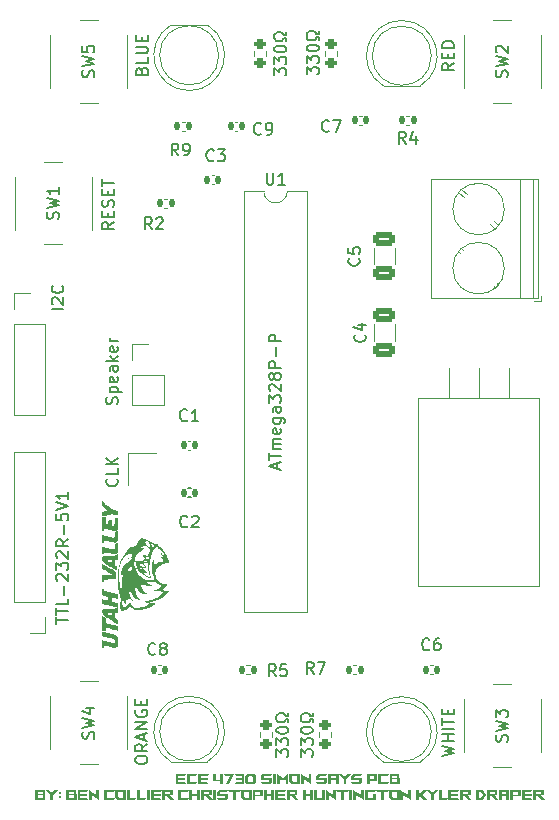
<source format=gto>
G04 #@! TF.GenerationSoftware,KiCad,Pcbnew,8.0.0*
G04 #@! TF.CreationDate,2024-04-02T15:54:02-06:00*
G04 #@! TF.ProjectId,SimonSaysPCBDesign,53696d6f-6e53-4617-9973-504342446573,1.0*
G04 #@! TF.SameCoordinates,Original*
G04 #@! TF.FileFunction,Legend,Top*
G04 #@! TF.FilePolarity,Positive*
%FSLAX46Y46*%
G04 Gerber Fmt 4.6, Leading zero omitted, Abs format (unit mm)*
G04 Created by KiCad (PCBNEW 8.0.0) date 2024-04-02 15:54:02*
%MOMM*%
%LPD*%
G01*
G04 APERTURE LIST*
G04 Aperture macros list*
%AMRoundRect*
0 Rectangle with rounded corners*
0 $1 Rounding radius*
0 $2 $3 $4 $5 $6 $7 $8 $9 X,Y pos of 4 corners*
0 Add a 4 corners polygon primitive as box body*
4,1,4,$2,$3,$4,$5,$6,$7,$8,$9,$2,$3,0*
0 Add four circle primitives for the rounded corners*
1,1,$1+$1,$2,$3*
1,1,$1+$1,$4,$5*
1,1,$1+$1,$6,$7*
1,1,$1+$1,$8,$9*
0 Add four rect primitives between the rounded corners*
20,1,$1+$1,$2,$3,$4,$5,0*
20,1,$1+$1,$4,$5,$6,$7,0*
20,1,$1+$1,$6,$7,$8,$9,0*
20,1,$1+$1,$8,$9,$2,$3,0*%
G04 Aperture macros list end*
%ADD10C,0.150000*%
%ADD11C,0.125000*%
%ADD12C,0.120000*%
%ADD13C,0.000000*%
%ADD14RoundRect,0.140000X-0.140000X-0.170000X0.140000X-0.170000X0.140000X0.170000X-0.140000X0.170000X0*%
%ADD15RoundRect,0.200000X-0.275000X0.200000X-0.275000X-0.200000X0.275000X-0.200000X0.275000X0.200000X0*%
%ADD16RoundRect,0.250000X0.650000X-0.325000X0.650000X0.325000X-0.650000X0.325000X-0.650000X-0.325000X0*%
%ADD17R,1.600000X1.600000*%
%ADD18O,1.600000X1.600000*%
%ADD19RoundRect,0.135000X-0.135000X-0.185000X0.135000X-0.185000X0.135000X0.185000X-0.135000X0.185000X0*%
%ADD20R,2.600000X2.600000*%
%ADD21C,2.600000*%
%ADD22C,2.000000*%
%ADD23R,1.800000X1.800000*%
%ADD24C,1.800000*%
%ADD25R,1.700000X1.700000*%
%ADD26O,1.700000X1.700000*%
%ADD27O,3.500000X3.500000*%
%ADD28R,1.905000X2.000000*%
%ADD29O,1.905000X2.000000*%
%ADD30R,0.800000X0.900000*%
%ADD31RoundRect,0.200000X0.275000X-0.200000X0.275000X0.200000X-0.275000X0.200000X-0.275000X-0.200000X0*%
G04 APERTURE END LIST*
D10*
X118119819Y-84591792D02*
X117643628Y-84925125D01*
X118119819Y-85163220D02*
X117119819Y-85163220D01*
X117119819Y-85163220D02*
X117119819Y-84782268D01*
X117119819Y-84782268D02*
X117167438Y-84687030D01*
X117167438Y-84687030D02*
X117215057Y-84639411D01*
X117215057Y-84639411D02*
X117310295Y-84591792D01*
X117310295Y-84591792D02*
X117453152Y-84591792D01*
X117453152Y-84591792D02*
X117548390Y-84639411D01*
X117548390Y-84639411D02*
X117596009Y-84687030D01*
X117596009Y-84687030D02*
X117643628Y-84782268D01*
X117643628Y-84782268D02*
X117643628Y-85163220D01*
X117596009Y-84163220D02*
X117596009Y-83829887D01*
X118119819Y-83687030D02*
X118119819Y-84163220D01*
X118119819Y-84163220D02*
X117119819Y-84163220D01*
X117119819Y-84163220D02*
X117119819Y-83687030D01*
X118072200Y-83306077D02*
X118119819Y-83163220D01*
X118119819Y-83163220D02*
X118119819Y-82925125D01*
X118119819Y-82925125D02*
X118072200Y-82829887D01*
X118072200Y-82829887D02*
X118024580Y-82782268D01*
X118024580Y-82782268D02*
X117929342Y-82734649D01*
X117929342Y-82734649D02*
X117834104Y-82734649D01*
X117834104Y-82734649D02*
X117738866Y-82782268D01*
X117738866Y-82782268D02*
X117691247Y-82829887D01*
X117691247Y-82829887D02*
X117643628Y-82925125D01*
X117643628Y-82925125D02*
X117596009Y-83115601D01*
X117596009Y-83115601D02*
X117548390Y-83210839D01*
X117548390Y-83210839D02*
X117500771Y-83258458D01*
X117500771Y-83258458D02*
X117405533Y-83306077D01*
X117405533Y-83306077D02*
X117310295Y-83306077D01*
X117310295Y-83306077D02*
X117215057Y-83258458D01*
X117215057Y-83258458D02*
X117167438Y-83210839D01*
X117167438Y-83210839D02*
X117119819Y-83115601D01*
X117119819Y-83115601D02*
X117119819Y-82877506D01*
X117119819Y-82877506D02*
X117167438Y-82734649D01*
X117596009Y-82306077D02*
X117596009Y-81972744D01*
X118119819Y-81829887D02*
X118119819Y-82306077D01*
X118119819Y-82306077D02*
X117119819Y-82306077D01*
X117119819Y-82306077D02*
X117119819Y-81829887D01*
X117119819Y-81544172D02*
X117119819Y-80972744D01*
X118119819Y-81258458D02*
X117119819Y-81258458D01*
D11*
G36*
X124130272Y-132034947D02*
G01*
X124241842Y-132162930D01*
X123343810Y-132162930D01*
X123343810Y-131362595D01*
X124243991Y-131362595D01*
X124133593Y-131490383D01*
X123591570Y-131490383D01*
X123591570Y-131697306D01*
X124184005Y-131697306D01*
X124184005Y-131829197D01*
X123591570Y-131829197D01*
X123591570Y-132034947D01*
X124130272Y-132034947D01*
G37*
G36*
X125193607Y-132032212D02*
G01*
X125082037Y-132160000D01*
X124291081Y-132160000D01*
X124291081Y-131363572D01*
X125192435Y-131363572D01*
X125082037Y-131491360D01*
X124543335Y-131491360D01*
X124543335Y-132032212D01*
X125193607Y-132032212D01*
G37*
G36*
X126027159Y-132034947D02*
G01*
X126138730Y-132162930D01*
X125240697Y-132162930D01*
X125240697Y-131362595D01*
X126140879Y-131362595D01*
X126030481Y-131490383D01*
X125488457Y-131490383D01*
X125488457Y-131697306D01*
X126080893Y-131697306D01*
X126080893Y-131829197D01*
X125488457Y-131829197D01*
X125488457Y-132034947D01*
X126027159Y-132034947D01*
G37*
G36*
X127131137Y-132160000D02*
G01*
X127376552Y-132160000D01*
X127376552Y-131363572D01*
X127131137Y-131363572D01*
X127131137Y-131807117D01*
X126767313Y-131807117D01*
X126767313Y-131363572D01*
X126524047Y-131363572D01*
X126524047Y-131934905D01*
X127131137Y-131934905D01*
X127131137Y-132160000D01*
G37*
G36*
X127612784Y-132160000D02*
G01*
X127898646Y-132160000D01*
X128322065Y-131359665D01*
X127412114Y-131359665D01*
X127522512Y-131487648D01*
X127944368Y-131487648D01*
X127612784Y-132160000D01*
G37*
G36*
X128452979Y-132032212D02*
G01*
X128342582Y-132160000D01*
X129183559Y-132160000D01*
X129183559Y-131359665D01*
X128342582Y-131359665D01*
X128452979Y-131487648D01*
X128938143Y-131487648D01*
X128938143Y-131682065D01*
X128449658Y-131682065D01*
X128449658Y-131809853D01*
X128938143Y-131809853D01*
X128938143Y-132032212D01*
X128452979Y-132032212D01*
G37*
G36*
X130153105Y-131488039D02*
G01*
X130153105Y-132029476D01*
X130044661Y-132160000D01*
X129369965Y-132160000D01*
X129260349Y-132029476D01*
X129260349Y-131968513D01*
X129502442Y-131968513D01*
X129556175Y-132032212D01*
X129858450Y-132032212D01*
X129911011Y-131968513D01*
X129911011Y-131546852D01*
X129858450Y-131485303D01*
X129556175Y-131485303D01*
X129502442Y-131546852D01*
X129502442Y-131968513D01*
X129260349Y-131968513D01*
X129260349Y-131488039D01*
X129369965Y-131359665D01*
X130044661Y-131359665D01*
X130153105Y-131488039D01*
G37*
G36*
X131472603Y-132034752D02*
G01*
X131367480Y-132157264D01*
X130654682Y-132157264D01*
X130543307Y-132029476D01*
X131184591Y-132029476D01*
X131222693Y-131985317D01*
X131222693Y-131822358D01*
X130580823Y-131822358D01*
X130580823Y-131491946D01*
X130690635Y-131363572D01*
X131506797Y-131363572D01*
X131397571Y-131491556D01*
X130874305Y-131491556D01*
X130827411Y-131544703D01*
X130827411Y-131697306D01*
X131472603Y-131697306D01*
X131472603Y-132034752D01*
G37*
G36*
X131582805Y-131363572D02*
G01*
X131830565Y-131363572D01*
X131830565Y-132160000D01*
X131582805Y-132160000D01*
X131582805Y-131363572D01*
G37*
G36*
X131930216Y-132160000D02*
G01*
X131930216Y-131358297D01*
X132419092Y-131676008D01*
X132908164Y-131358297D01*
X132908164Y-132160000D01*
X132663921Y-132160000D01*
X132663921Y-131716064D01*
X132419092Y-131871207D01*
X132176804Y-131716064D01*
X132176804Y-132160000D01*
X131930216Y-132160000D01*
G37*
G36*
X133887090Y-132160000D02*
G01*
X133179176Y-132160000D01*
X132985345Y-131939399D01*
X132985345Y-131487648D01*
X133231933Y-131487648D01*
X133231933Y-131883907D01*
X133361870Y-132032212D01*
X133640502Y-132032212D01*
X133640502Y-131487648D01*
X133231933Y-131487648D01*
X132985345Y-131487648D01*
X132985345Y-131359665D01*
X133887090Y-131359665D01*
X133887090Y-132160000D01*
G37*
G36*
X134852337Y-132165471D02*
G01*
X134210467Y-131738729D01*
X134210467Y-132160000D01*
X133963880Y-132160000D01*
X133963880Y-131358297D01*
X134609071Y-131781716D01*
X134609071Y-131363572D01*
X134852337Y-131363572D01*
X134852337Y-132165471D01*
G37*
G36*
X136171444Y-132034752D02*
G01*
X136066322Y-132157264D01*
X135353524Y-132157264D01*
X135242149Y-132029476D01*
X135883433Y-132029476D01*
X135921535Y-131985317D01*
X135921535Y-131822358D01*
X135279665Y-131822358D01*
X135279665Y-131491946D01*
X135389476Y-131363572D01*
X136205638Y-131363572D01*
X136096413Y-131491556D01*
X135573147Y-131491556D01*
X135526252Y-131544703D01*
X135526252Y-131697306D01*
X136171444Y-131697306D01*
X136171444Y-132034752D01*
G37*
G36*
X137166587Y-132160195D02*
G01*
X136919023Y-132160195D01*
X136919023Y-131826461D01*
X136517097Y-131826461D01*
X136517097Y-132160195D01*
X136264843Y-132160195D01*
X136264843Y-131491556D01*
X136520418Y-131491556D01*
X136520418Y-131697306D01*
X136913356Y-131697306D01*
X136913356Y-131491556D01*
X136520418Y-131491556D01*
X136264843Y-131491556D01*
X136264843Y-131363572D01*
X137166587Y-131363572D01*
X137166587Y-132160195D01*
G37*
G36*
X137565973Y-132160000D02*
G01*
X137813733Y-132160000D01*
X137813733Y-131786601D01*
X138188695Y-131363572D01*
X137901074Y-131363572D01*
X137689853Y-131602344D01*
X137478632Y-131363572D01*
X137191011Y-131363572D01*
X137565973Y-131786601D01*
X137565973Y-132160000D01*
G37*
G36*
X139119553Y-132034752D02*
G01*
X139014431Y-132157264D01*
X138301633Y-132157264D01*
X138190258Y-132029476D01*
X138831542Y-132029476D01*
X138869644Y-131985317D01*
X138869644Y-131822358D01*
X138227774Y-131822358D01*
X138227774Y-131491946D01*
X138337585Y-131363572D01*
X139153747Y-131363572D01*
X139044522Y-131491556D01*
X138521256Y-131491556D01*
X138474361Y-131544703D01*
X138474361Y-131697306D01*
X139119553Y-131697306D01*
X139119553Y-132034752D01*
G37*
G36*
X140424005Y-131887815D02*
G01*
X139791319Y-131887815D01*
X139791319Y-132165666D01*
X139543559Y-132165666D01*
X139543559Y-131496831D01*
X139788974Y-131496831D01*
X139788974Y-131759832D01*
X140176441Y-131759832D01*
X140176441Y-131496831D01*
X139788974Y-131496831D01*
X139543559Y-131496831D01*
X139543559Y-131369043D01*
X140424005Y-131369043D01*
X140424005Y-131887815D01*
G37*
G36*
X141414459Y-132032212D02*
G01*
X141302889Y-132160000D01*
X140511933Y-132160000D01*
X140511933Y-131363572D01*
X141413286Y-131363572D01*
X141302889Y-131491360D01*
X140764187Y-131491360D01*
X140764187Y-132032212D01*
X141414459Y-132032212D01*
G37*
G36*
X142264815Y-131659790D02*
G01*
X142333203Y-131659790D01*
X142333203Y-132162930D01*
X141461549Y-132162930D01*
X141461549Y-131793244D01*
X141708136Y-131793244D01*
X141708136Y-132034947D01*
X142086420Y-132034947D01*
X142086420Y-131793244D01*
X141708136Y-131793244D01*
X141461549Y-131793244D01*
X141461549Y-131488625D01*
X141708136Y-131488625D01*
X141708136Y-131659790D01*
X142086420Y-131659790D01*
X142086420Y-131488625D01*
X141708136Y-131488625D01*
X141461549Y-131488625D01*
X141461549Y-131360837D01*
X142264815Y-131360837D01*
X142264815Y-131659790D01*
G37*
G36*
X112264760Y-133003790D02*
G01*
X112333148Y-133003790D01*
X112333148Y-133506930D01*
X111461494Y-133506930D01*
X111461494Y-133137244D01*
X111708081Y-133137244D01*
X111708081Y-133378947D01*
X112086365Y-133378947D01*
X112086365Y-133137244D01*
X111708081Y-133137244D01*
X111461494Y-133137244D01*
X111461494Y-132832625D01*
X111708081Y-132832625D01*
X111708081Y-133003790D01*
X112086365Y-133003790D01*
X112086365Y-132832625D01*
X111708081Y-132832625D01*
X111461494Y-132832625D01*
X111461494Y-132704837D01*
X112264760Y-132704837D01*
X112264760Y-133003790D01*
G37*
G36*
X112732143Y-133504000D02*
G01*
X112979903Y-133504000D01*
X112979903Y-133130601D01*
X113354864Y-132707572D01*
X113067244Y-132707572D01*
X112856023Y-132946344D01*
X112644802Y-132707572D01*
X112357181Y-132707572D01*
X112732143Y-133130601D01*
X112732143Y-133504000D01*
G37*
G36*
X113619233Y-133016295D02*
G01*
X113619233Y-132844739D01*
X113446700Y-132844739D01*
X113446700Y-133016295D01*
X113619233Y-133016295D01*
G37*
G36*
X113619233Y-133366442D02*
G01*
X113619233Y-133194886D01*
X113446700Y-133194886D01*
X113446700Y-133366442D01*
X113619233Y-133366442D01*
G37*
G36*
X114902582Y-133003790D02*
G01*
X114970970Y-133003790D01*
X114970970Y-133506930D01*
X114099317Y-133506930D01*
X114099317Y-133137244D01*
X114345904Y-133137244D01*
X114345904Y-133378947D01*
X114724187Y-133378947D01*
X114724187Y-133137244D01*
X114345904Y-133137244D01*
X114099317Y-133137244D01*
X114099317Y-132832625D01*
X114345904Y-132832625D01*
X114345904Y-133003790D01*
X114724187Y-133003790D01*
X114724187Y-132832625D01*
X114345904Y-132832625D01*
X114099317Y-132832625D01*
X114099317Y-132704837D01*
X114902582Y-132704837D01*
X114902582Y-133003790D01*
G37*
G36*
X115833832Y-133378947D02*
G01*
X115945402Y-133506930D01*
X115047370Y-133506930D01*
X115047370Y-132706595D01*
X115947551Y-132706595D01*
X115837153Y-132834383D01*
X115295130Y-132834383D01*
X115295130Y-133041306D01*
X115887565Y-133041306D01*
X115887565Y-133173197D01*
X115295130Y-133173197D01*
X115295130Y-133378947D01*
X115833832Y-133378947D01*
G37*
G36*
X116883099Y-133509471D02*
G01*
X116241229Y-133082729D01*
X116241229Y-133504000D01*
X115994641Y-133504000D01*
X115994641Y-132702297D01*
X116639833Y-133125716D01*
X116639833Y-132707572D01*
X116883099Y-132707572D01*
X116883099Y-133509471D01*
G37*
G36*
X118198493Y-133376212D02*
G01*
X118086923Y-133504000D01*
X117295967Y-133504000D01*
X117295967Y-132707572D01*
X118197321Y-132707572D01*
X118086923Y-132835360D01*
X117548221Y-132835360D01*
X117548221Y-133376212D01*
X118198493Y-133376212D01*
G37*
G36*
X119147328Y-133504000D02*
G01*
X118439414Y-133504000D01*
X118245583Y-133283399D01*
X118245583Y-132831648D01*
X118492171Y-132831648D01*
X118492171Y-133227907D01*
X118622108Y-133376212D01*
X118900740Y-133376212D01*
X118900740Y-132831648D01*
X118492171Y-132831648D01*
X118245583Y-132831648D01*
X118245583Y-132703665D01*
X119147328Y-132703665D01*
X119147328Y-133504000D01*
G37*
G36*
X120017809Y-133376212D02*
G01*
X119906239Y-133504000D01*
X119235060Y-133504000D01*
X119235060Y-132707572D01*
X119481647Y-132707572D01*
X119481647Y-133376212D01*
X120017809Y-133376212D01*
G37*
G36*
X120847063Y-133376212D02*
G01*
X120735492Y-133504000D01*
X120064313Y-133504000D01*
X120064313Y-132707572D01*
X120310901Y-132707572D01*
X120310901Y-133376212D01*
X120847063Y-133376212D01*
G37*
G36*
X120915841Y-132707572D02*
G01*
X121163601Y-132707572D01*
X121163601Y-133504000D01*
X120915841Y-133504000D01*
X120915841Y-132707572D01*
G37*
G36*
X122049714Y-133378947D02*
G01*
X122161284Y-133506930D01*
X121263252Y-133506930D01*
X121263252Y-132706595D01*
X122163434Y-132706595D01*
X122053036Y-132834383D01*
X121511012Y-132834383D01*
X121511012Y-133041306D01*
X122103448Y-133041306D01*
X122103448Y-133173197D01*
X121511012Y-133173197D01*
X121511012Y-133378947D01*
X122049714Y-133378947D01*
G37*
G36*
X123213873Y-133510057D02*
G01*
X122920391Y-133510057D01*
X122487202Y-133015905D01*
X122891277Y-133015905D01*
X122891277Y-132841222D01*
X122471375Y-132841222D01*
X122471375Y-133510057D01*
X122221466Y-133510057D01*
X122221466Y-132713434D01*
X123134543Y-132713434D01*
X123134543Y-133143692D01*
X122893427Y-133143692D01*
X123213873Y-133510057D01*
G37*
G36*
X124476902Y-133376212D02*
G01*
X124365332Y-133504000D01*
X123574376Y-133504000D01*
X123574376Y-132707572D01*
X124475730Y-132707572D01*
X124365332Y-132835360D01*
X123826630Y-132835360D01*
X123826630Y-133376212D01*
X124476902Y-133376212D01*
G37*
G36*
X125411277Y-132707572D02*
G01*
X125411277Y-133504000D01*
X125162345Y-133504000D01*
X125162345Y-133169289D01*
X124769407Y-133169289D01*
X124769407Y-133504000D01*
X124523992Y-133504000D01*
X124523992Y-132707572D01*
X124769407Y-132707572D01*
X124769407Y-133041306D01*
X125162345Y-133041306D01*
X125162345Y-132707572D01*
X125411277Y-132707572D01*
G37*
G36*
X126480084Y-133510057D02*
G01*
X126186602Y-133510057D01*
X125753413Y-133015905D01*
X126157488Y-133015905D01*
X126157488Y-132841222D01*
X125737586Y-132841222D01*
X125737586Y-133510057D01*
X125487677Y-133510057D01*
X125487677Y-132713434D01*
X126400754Y-132713434D01*
X126400754Y-133143692D01*
X126159638Y-133143692D01*
X126480084Y-133510057D01*
G37*
G36*
X126526783Y-132707572D02*
G01*
X126774543Y-132707572D01*
X126774543Y-133504000D01*
X126526783Y-133504000D01*
X126526783Y-132707572D01*
G37*
G36*
X127780433Y-133378752D02*
G01*
X127675311Y-133501264D01*
X126962513Y-133501264D01*
X126851138Y-133373476D01*
X127492422Y-133373476D01*
X127530524Y-133329317D01*
X127530524Y-133166358D01*
X126888654Y-133166358D01*
X126888654Y-132835946D01*
X126998465Y-132707572D01*
X127814627Y-132707572D01*
X127705402Y-132835556D01*
X127182136Y-132835556D01*
X127135241Y-132888703D01*
X127135241Y-133041306D01*
X127780433Y-133041306D01*
X127780433Y-133378752D01*
G37*
G36*
X128749979Y-132835360D02*
G01*
X128463336Y-132835360D01*
X128463336Y-133504000D01*
X128216749Y-133504000D01*
X128216749Y-132835360D01*
X127926588Y-132835360D01*
X127816190Y-132707572D01*
X128860573Y-132707572D01*
X128749979Y-132835360D01*
G37*
G36*
X129786937Y-133504000D02*
G01*
X129079023Y-133504000D01*
X128885192Y-133283399D01*
X128885192Y-132831648D01*
X129131780Y-132831648D01*
X129131780Y-133227907D01*
X129261717Y-133376212D01*
X129540349Y-133376212D01*
X129540349Y-132831648D01*
X129131780Y-132831648D01*
X128885192Y-132831648D01*
X128885192Y-132703665D01*
X129786937Y-132703665D01*
X129786937Y-133504000D01*
G37*
G36*
X130744173Y-133231815D02*
G01*
X130111487Y-133231815D01*
X130111487Y-133509666D01*
X129863727Y-133509666D01*
X129863727Y-132840831D01*
X130109142Y-132840831D01*
X130109142Y-133103832D01*
X130496609Y-133103832D01*
X130496609Y-132840831D01*
X130109142Y-132840831D01*
X129863727Y-132840831D01*
X129863727Y-132713043D01*
X130744173Y-132713043D01*
X130744173Y-133231815D01*
G37*
G36*
X131708444Y-132707572D02*
G01*
X131708444Y-133504000D01*
X131459512Y-133504000D01*
X131459512Y-133169289D01*
X131066574Y-133169289D01*
X131066574Y-133504000D01*
X130821159Y-133504000D01*
X130821159Y-132707572D01*
X131066574Y-132707572D01*
X131066574Y-133041306D01*
X131459512Y-133041306D01*
X131459512Y-132707572D01*
X131708444Y-132707572D01*
G37*
G36*
X132583029Y-133378947D02*
G01*
X132694599Y-133506930D01*
X131796567Y-133506930D01*
X131796567Y-132706595D01*
X132696749Y-132706595D01*
X132586351Y-132834383D01*
X132044327Y-132834383D01*
X132044327Y-133041306D01*
X132636762Y-133041306D01*
X132636762Y-133173197D01*
X132044327Y-133173197D01*
X132044327Y-133378947D01*
X132583029Y-133378947D01*
G37*
G36*
X133747188Y-133510057D02*
G01*
X133453706Y-133510057D01*
X133020517Y-133015905D01*
X133424592Y-133015905D01*
X133424592Y-132841222D01*
X133004690Y-132841222D01*
X133004690Y-133510057D01*
X132754781Y-133510057D01*
X132754781Y-132713434D01*
X133667858Y-132713434D01*
X133667858Y-133143692D01*
X133426742Y-133143692D01*
X133747188Y-133510057D01*
G37*
G36*
X134994976Y-132707572D02*
G01*
X134994976Y-133504000D01*
X134746044Y-133504000D01*
X134746044Y-133169289D01*
X134353106Y-133169289D01*
X134353106Y-133504000D01*
X134107691Y-133504000D01*
X134107691Y-132707572D01*
X134353106Y-132707572D01*
X134353106Y-133041306D01*
X134746044Y-133041306D01*
X134746044Y-132707572D01*
X134994976Y-132707572D01*
G37*
G36*
X135975855Y-132707572D02*
G01*
X135975855Y-133504000D01*
X135083099Y-133504000D01*
X135083099Y-132707572D01*
X135328514Y-132707572D01*
X135328514Y-133376212D01*
X135733762Y-133376212D01*
X135733762Y-132707572D01*
X135975855Y-132707572D01*
G37*
G36*
X136941494Y-133509471D02*
G01*
X136299624Y-133082729D01*
X136299624Y-133504000D01*
X136053036Y-133504000D01*
X136053036Y-132702297D01*
X136698228Y-133125716D01*
X136698228Y-132707572D01*
X136941494Y-132707572D01*
X136941494Y-133509471D01*
G37*
G36*
X137899903Y-132835360D02*
G01*
X137613259Y-132835360D01*
X137613259Y-133504000D01*
X137366672Y-133504000D01*
X137366672Y-132835360D01*
X137076511Y-132835360D01*
X136966113Y-132707572D01*
X138010496Y-132707572D01*
X137899903Y-132835360D01*
G37*
G36*
X138057391Y-132707572D02*
G01*
X138305150Y-132707572D01*
X138305150Y-133504000D01*
X138057391Y-133504000D01*
X138057391Y-132707572D01*
G37*
G36*
X139293259Y-133509471D02*
G01*
X138651389Y-133082729D01*
X138651389Y-133504000D01*
X138404802Y-133504000D01*
X138404802Y-132702297D01*
X139049993Y-133125716D01*
X139049993Y-132707572D01*
X139293259Y-132707572D01*
X139293259Y-133509471D01*
G37*
G36*
X140297977Y-133066316D02*
G01*
X140297977Y-133505758D01*
X139392715Y-133505758D01*
X139392715Y-132709136D01*
X140339986Y-132709136D01*
X140229589Y-132836923D01*
X139643797Y-132836923D01*
X139643797Y-133377775D01*
X140051194Y-133377775D01*
X140051194Y-133066316D01*
X140297977Y-133066316D01*
G37*
G36*
X141270845Y-132835360D02*
G01*
X140984201Y-132835360D01*
X140984201Y-133504000D01*
X140737614Y-133504000D01*
X140737614Y-132835360D01*
X140447453Y-132835360D01*
X140337056Y-132707572D01*
X141381438Y-132707572D01*
X141270845Y-132835360D01*
G37*
G36*
X142307802Y-133504000D02*
G01*
X141599889Y-133504000D01*
X141406058Y-133283399D01*
X141406058Y-132831648D01*
X141652645Y-132831648D01*
X141652645Y-133227907D01*
X141782582Y-133376212D01*
X142061215Y-133376212D01*
X142061215Y-132831648D01*
X141652645Y-132831648D01*
X141406058Y-132831648D01*
X141406058Y-132703665D01*
X142307802Y-132703665D01*
X142307802Y-133504000D01*
G37*
G36*
X143273050Y-133509471D02*
G01*
X142631180Y-133082729D01*
X142631180Y-133504000D01*
X142384592Y-133504000D01*
X142384592Y-132702297D01*
X143029784Y-133125716D01*
X143029784Y-132707572D01*
X143273050Y-132707572D01*
X143273050Y-133509471D01*
G37*
G36*
X144259205Y-133097970D02*
G01*
X144605053Y-133504000D01*
X144330915Y-133504000D01*
X144035283Y-133164795D01*
X143931333Y-133164795D01*
X143931333Y-133504000D01*
X143685918Y-133504000D01*
X143685918Y-132707572D01*
X143931333Y-132707572D01*
X143931333Y-133036812D01*
X144035283Y-133036812D01*
X144323099Y-132707572D01*
X144605444Y-132707572D01*
X144259205Y-133097970D01*
G37*
G36*
X144974543Y-133504000D02*
G01*
X145222303Y-133504000D01*
X145222303Y-133130601D01*
X145597265Y-132707572D01*
X145309645Y-132707572D01*
X145098423Y-132946344D01*
X144887202Y-132707572D01*
X144599582Y-132707572D01*
X144974543Y-133130601D01*
X144974543Y-133504000D01*
G37*
G36*
X146404634Y-133376212D02*
G01*
X146293064Y-133504000D01*
X145621885Y-133504000D01*
X145621885Y-132707572D01*
X145868472Y-132707572D01*
X145868472Y-133376212D01*
X146404634Y-133376212D01*
G37*
G36*
X147237600Y-133378947D02*
G01*
X147349170Y-133506930D01*
X146451138Y-133506930D01*
X146451138Y-132706595D01*
X147351319Y-132706595D01*
X147240922Y-132834383D01*
X146698898Y-132834383D01*
X146698898Y-133041306D01*
X147291333Y-133041306D01*
X147291333Y-133173197D01*
X146698898Y-133173197D01*
X146698898Y-133378947D01*
X147237600Y-133378947D01*
G37*
G36*
X148401759Y-133510057D02*
G01*
X148108277Y-133510057D01*
X147675088Y-133015905D01*
X148079163Y-133015905D01*
X148079163Y-132841222D01*
X147659261Y-132841222D01*
X147659261Y-133510057D01*
X147409351Y-133510057D01*
X147409351Y-132713434D01*
X148322429Y-132713434D01*
X148322429Y-133143692D01*
X148081312Y-133143692D01*
X148401759Y-133510057D01*
G37*
G36*
X149658535Y-133105004D02*
G01*
X149405890Y-133504000D01*
X148762261Y-133504000D01*
X148762261Y-132831648D01*
X149008849Y-132831648D01*
X149008849Y-133376212D01*
X149236679Y-133376212D01*
X149411752Y-133105004D01*
X149236483Y-132831648D01*
X149008849Y-132831648D01*
X148762261Y-132831648D01*
X148762261Y-132703665D01*
X149405890Y-132703665D01*
X149658535Y-133105004D01*
G37*
G36*
X150681619Y-133510057D02*
G01*
X150388137Y-133510057D01*
X149954948Y-133015905D01*
X150359023Y-133015905D01*
X150359023Y-132841222D01*
X149939121Y-132841222D01*
X149939121Y-133510057D01*
X149689212Y-133510057D01*
X149689212Y-132713434D01*
X150602289Y-132713434D01*
X150602289Y-133143692D01*
X150361173Y-133143692D01*
X150681619Y-133510057D01*
G37*
G36*
X151607788Y-133504195D02*
G01*
X151360224Y-133504195D01*
X151360224Y-133170461D01*
X150958298Y-133170461D01*
X150958298Y-133504195D01*
X150706044Y-133504195D01*
X150706044Y-132835556D01*
X150961619Y-132835556D01*
X150961619Y-133041306D01*
X151354557Y-133041306D01*
X151354557Y-132835556D01*
X150961619Y-132835556D01*
X150706044Y-132835556D01*
X150706044Y-132707572D01*
X151607788Y-132707572D01*
X151607788Y-133504195D01*
G37*
G36*
X152565025Y-133231815D02*
G01*
X151932338Y-133231815D01*
X151932338Y-133509666D01*
X151684578Y-133509666D01*
X151684578Y-132840831D01*
X151929993Y-132840831D01*
X151929993Y-133103832D01*
X152317460Y-133103832D01*
X152317460Y-132840831D01*
X151929993Y-132840831D01*
X151684578Y-132840831D01*
X151684578Y-132713043D01*
X152565025Y-132713043D01*
X152565025Y-133231815D01*
G37*
G36*
X153439414Y-133378947D02*
G01*
X153550984Y-133506930D01*
X152652952Y-133506930D01*
X152652952Y-132706595D01*
X153553134Y-132706595D01*
X153442736Y-132834383D01*
X152900712Y-132834383D01*
X152900712Y-133041306D01*
X153493148Y-133041306D01*
X153493148Y-133173197D01*
X152900712Y-133173197D01*
X152900712Y-133378947D01*
X153439414Y-133378947D01*
G37*
G36*
X154603573Y-133510057D02*
G01*
X154310091Y-133510057D01*
X153876902Y-133015905D01*
X154280977Y-133015905D01*
X154280977Y-132841222D01*
X153861075Y-132841222D01*
X153861075Y-133510057D01*
X153611166Y-133510057D01*
X153611166Y-132713434D01*
X154524243Y-132713434D01*
X154524243Y-133143692D01*
X154283127Y-133143692D01*
X154603573Y-133510057D01*
G37*
D10*
X124353333Y-110359580D02*
X124305714Y-110407200D01*
X124305714Y-110407200D02*
X124162857Y-110454819D01*
X124162857Y-110454819D02*
X124067619Y-110454819D01*
X124067619Y-110454819D02*
X123924762Y-110407200D01*
X123924762Y-110407200D02*
X123829524Y-110311961D01*
X123829524Y-110311961D02*
X123781905Y-110216723D01*
X123781905Y-110216723D02*
X123734286Y-110026247D01*
X123734286Y-110026247D02*
X123734286Y-109883390D01*
X123734286Y-109883390D02*
X123781905Y-109692914D01*
X123781905Y-109692914D02*
X123829524Y-109597676D01*
X123829524Y-109597676D02*
X123924762Y-109502438D01*
X123924762Y-109502438D02*
X124067619Y-109454819D01*
X124067619Y-109454819D02*
X124162857Y-109454819D01*
X124162857Y-109454819D02*
X124305714Y-109502438D01*
X124305714Y-109502438D02*
X124353333Y-109550057D01*
X124734286Y-109550057D02*
X124781905Y-109502438D01*
X124781905Y-109502438D02*
X124877143Y-109454819D01*
X124877143Y-109454819D02*
X125115238Y-109454819D01*
X125115238Y-109454819D02*
X125210476Y-109502438D01*
X125210476Y-109502438D02*
X125258095Y-109550057D01*
X125258095Y-109550057D02*
X125305714Y-109645295D01*
X125305714Y-109645295D02*
X125305714Y-109740533D01*
X125305714Y-109740533D02*
X125258095Y-109883390D01*
X125258095Y-109883390D02*
X124686667Y-110454819D01*
X124686667Y-110454819D02*
X125305714Y-110454819D01*
X134454819Y-72107142D02*
X134454819Y-71488095D01*
X134454819Y-71488095D02*
X134835771Y-71821428D01*
X134835771Y-71821428D02*
X134835771Y-71678571D01*
X134835771Y-71678571D02*
X134883390Y-71583333D01*
X134883390Y-71583333D02*
X134931009Y-71535714D01*
X134931009Y-71535714D02*
X135026247Y-71488095D01*
X135026247Y-71488095D02*
X135264342Y-71488095D01*
X135264342Y-71488095D02*
X135359580Y-71535714D01*
X135359580Y-71535714D02*
X135407200Y-71583333D01*
X135407200Y-71583333D02*
X135454819Y-71678571D01*
X135454819Y-71678571D02*
X135454819Y-71964285D01*
X135454819Y-71964285D02*
X135407200Y-72059523D01*
X135407200Y-72059523D02*
X135359580Y-72107142D01*
X134454819Y-71154761D02*
X134454819Y-70535714D01*
X134454819Y-70535714D02*
X134835771Y-70869047D01*
X134835771Y-70869047D02*
X134835771Y-70726190D01*
X134835771Y-70726190D02*
X134883390Y-70630952D01*
X134883390Y-70630952D02*
X134931009Y-70583333D01*
X134931009Y-70583333D02*
X135026247Y-70535714D01*
X135026247Y-70535714D02*
X135264342Y-70535714D01*
X135264342Y-70535714D02*
X135359580Y-70583333D01*
X135359580Y-70583333D02*
X135407200Y-70630952D01*
X135407200Y-70630952D02*
X135454819Y-70726190D01*
X135454819Y-70726190D02*
X135454819Y-71011904D01*
X135454819Y-71011904D02*
X135407200Y-71107142D01*
X135407200Y-71107142D02*
X135359580Y-71154761D01*
X134454819Y-69916666D02*
X134454819Y-69821428D01*
X134454819Y-69821428D02*
X134502438Y-69726190D01*
X134502438Y-69726190D02*
X134550057Y-69678571D01*
X134550057Y-69678571D02*
X134645295Y-69630952D01*
X134645295Y-69630952D02*
X134835771Y-69583333D01*
X134835771Y-69583333D02*
X135073866Y-69583333D01*
X135073866Y-69583333D02*
X135264342Y-69630952D01*
X135264342Y-69630952D02*
X135359580Y-69678571D01*
X135359580Y-69678571D02*
X135407200Y-69726190D01*
X135407200Y-69726190D02*
X135454819Y-69821428D01*
X135454819Y-69821428D02*
X135454819Y-69916666D01*
X135454819Y-69916666D02*
X135407200Y-70011904D01*
X135407200Y-70011904D02*
X135359580Y-70059523D01*
X135359580Y-70059523D02*
X135264342Y-70107142D01*
X135264342Y-70107142D02*
X135073866Y-70154761D01*
X135073866Y-70154761D02*
X134835771Y-70154761D01*
X134835771Y-70154761D02*
X134645295Y-70107142D01*
X134645295Y-70107142D02*
X134550057Y-70059523D01*
X134550057Y-70059523D02*
X134502438Y-70011904D01*
X134502438Y-70011904D02*
X134454819Y-69916666D01*
X135454819Y-69202380D02*
X135454819Y-68964285D01*
X135454819Y-68964285D02*
X135264342Y-68964285D01*
X135264342Y-68964285D02*
X135216723Y-69059523D01*
X135216723Y-69059523D02*
X135121485Y-69154761D01*
X135121485Y-69154761D02*
X134978628Y-69202380D01*
X134978628Y-69202380D02*
X134740533Y-69202380D01*
X134740533Y-69202380D02*
X134597676Y-69154761D01*
X134597676Y-69154761D02*
X134502438Y-69059523D01*
X134502438Y-69059523D02*
X134454819Y-68916666D01*
X134454819Y-68916666D02*
X134454819Y-68726190D01*
X134454819Y-68726190D02*
X134502438Y-68583333D01*
X134502438Y-68583333D02*
X134597676Y-68488095D01*
X134597676Y-68488095D02*
X134740533Y-68440476D01*
X134740533Y-68440476D02*
X134978628Y-68440476D01*
X134978628Y-68440476D02*
X135121485Y-68488095D01*
X135121485Y-68488095D02*
X135216723Y-68583333D01*
X135216723Y-68583333D02*
X135264342Y-68678571D01*
X135264342Y-68678571D02*
X135454819Y-68678571D01*
X135454819Y-68678571D02*
X135454819Y-68440476D01*
X138859580Y-87666666D02*
X138907200Y-87714285D01*
X138907200Y-87714285D02*
X138954819Y-87857142D01*
X138954819Y-87857142D02*
X138954819Y-87952380D01*
X138954819Y-87952380D02*
X138907200Y-88095237D01*
X138907200Y-88095237D02*
X138811961Y-88190475D01*
X138811961Y-88190475D02*
X138716723Y-88238094D01*
X138716723Y-88238094D02*
X138526247Y-88285713D01*
X138526247Y-88285713D02*
X138383390Y-88285713D01*
X138383390Y-88285713D02*
X138192914Y-88238094D01*
X138192914Y-88238094D02*
X138097676Y-88190475D01*
X138097676Y-88190475D02*
X138002438Y-88095237D01*
X138002438Y-88095237D02*
X137954819Y-87952380D01*
X137954819Y-87952380D02*
X137954819Y-87857142D01*
X137954819Y-87857142D02*
X138002438Y-87714285D01*
X138002438Y-87714285D02*
X138050057Y-87666666D01*
X137954819Y-86761904D02*
X137954819Y-87238094D01*
X137954819Y-87238094D02*
X138431009Y-87285713D01*
X138431009Y-87285713D02*
X138383390Y-87238094D01*
X138383390Y-87238094D02*
X138335771Y-87142856D01*
X138335771Y-87142856D02*
X138335771Y-86904761D01*
X138335771Y-86904761D02*
X138383390Y-86809523D01*
X138383390Y-86809523D02*
X138431009Y-86761904D01*
X138431009Y-86761904D02*
X138526247Y-86714285D01*
X138526247Y-86714285D02*
X138764342Y-86714285D01*
X138764342Y-86714285D02*
X138859580Y-86761904D01*
X138859580Y-86761904D02*
X138907200Y-86809523D01*
X138907200Y-86809523D02*
X138954819Y-86904761D01*
X138954819Y-86904761D02*
X138954819Y-87142856D01*
X138954819Y-87142856D02*
X138907200Y-87238094D01*
X138907200Y-87238094D02*
X138859580Y-87285713D01*
X131048095Y-80424819D02*
X131048095Y-81234342D01*
X131048095Y-81234342D02*
X131095714Y-81329580D01*
X131095714Y-81329580D02*
X131143333Y-81377200D01*
X131143333Y-81377200D02*
X131238571Y-81424819D01*
X131238571Y-81424819D02*
X131429047Y-81424819D01*
X131429047Y-81424819D02*
X131524285Y-81377200D01*
X131524285Y-81377200D02*
X131571904Y-81329580D01*
X131571904Y-81329580D02*
X131619523Y-81234342D01*
X131619523Y-81234342D02*
X131619523Y-80424819D01*
X132619523Y-81424819D02*
X132048095Y-81424819D01*
X132333809Y-81424819D02*
X132333809Y-80424819D01*
X132333809Y-80424819D02*
X132238571Y-80567676D01*
X132238571Y-80567676D02*
X132143333Y-80662914D01*
X132143333Y-80662914D02*
X132048095Y-80710533D01*
X131969104Y-105466666D02*
X131969104Y-104990476D01*
X132254819Y-105561904D02*
X131254819Y-105228571D01*
X131254819Y-105228571D02*
X132254819Y-104895238D01*
X131254819Y-104704761D02*
X131254819Y-104133333D01*
X132254819Y-104419047D02*
X131254819Y-104419047D01*
X132254819Y-103799999D02*
X131588152Y-103799999D01*
X131683390Y-103799999D02*
X131635771Y-103752380D01*
X131635771Y-103752380D02*
X131588152Y-103657142D01*
X131588152Y-103657142D02*
X131588152Y-103514285D01*
X131588152Y-103514285D02*
X131635771Y-103419047D01*
X131635771Y-103419047D02*
X131731009Y-103371428D01*
X131731009Y-103371428D02*
X132254819Y-103371428D01*
X131731009Y-103371428D02*
X131635771Y-103323809D01*
X131635771Y-103323809D02*
X131588152Y-103228571D01*
X131588152Y-103228571D02*
X131588152Y-103085714D01*
X131588152Y-103085714D02*
X131635771Y-102990475D01*
X131635771Y-102990475D02*
X131731009Y-102942856D01*
X131731009Y-102942856D02*
X132254819Y-102942856D01*
X132207200Y-102085714D02*
X132254819Y-102180952D01*
X132254819Y-102180952D02*
X132254819Y-102371428D01*
X132254819Y-102371428D02*
X132207200Y-102466666D01*
X132207200Y-102466666D02*
X132111961Y-102514285D01*
X132111961Y-102514285D02*
X131731009Y-102514285D01*
X131731009Y-102514285D02*
X131635771Y-102466666D01*
X131635771Y-102466666D02*
X131588152Y-102371428D01*
X131588152Y-102371428D02*
X131588152Y-102180952D01*
X131588152Y-102180952D02*
X131635771Y-102085714D01*
X131635771Y-102085714D02*
X131731009Y-102038095D01*
X131731009Y-102038095D02*
X131826247Y-102038095D01*
X131826247Y-102038095D02*
X131921485Y-102514285D01*
X131588152Y-101180952D02*
X132397676Y-101180952D01*
X132397676Y-101180952D02*
X132492914Y-101228571D01*
X132492914Y-101228571D02*
X132540533Y-101276190D01*
X132540533Y-101276190D02*
X132588152Y-101371428D01*
X132588152Y-101371428D02*
X132588152Y-101514285D01*
X132588152Y-101514285D02*
X132540533Y-101609523D01*
X132207200Y-101180952D02*
X132254819Y-101276190D01*
X132254819Y-101276190D02*
X132254819Y-101466666D01*
X132254819Y-101466666D02*
X132207200Y-101561904D01*
X132207200Y-101561904D02*
X132159580Y-101609523D01*
X132159580Y-101609523D02*
X132064342Y-101657142D01*
X132064342Y-101657142D02*
X131778628Y-101657142D01*
X131778628Y-101657142D02*
X131683390Y-101609523D01*
X131683390Y-101609523D02*
X131635771Y-101561904D01*
X131635771Y-101561904D02*
X131588152Y-101466666D01*
X131588152Y-101466666D02*
X131588152Y-101276190D01*
X131588152Y-101276190D02*
X131635771Y-101180952D01*
X132254819Y-100276190D02*
X131731009Y-100276190D01*
X131731009Y-100276190D02*
X131635771Y-100323809D01*
X131635771Y-100323809D02*
X131588152Y-100419047D01*
X131588152Y-100419047D02*
X131588152Y-100609523D01*
X131588152Y-100609523D02*
X131635771Y-100704761D01*
X132207200Y-100276190D02*
X132254819Y-100371428D01*
X132254819Y-100371428D02*
X132254819Y-100609523D01*
X132254819Y-100609523D02*
X132207200Y-100704761D01*
X132207200Y-100704761D02*
X132111961Y-100752380D01*
X132111961Y-100752380D02*
X132016723Y-100752380D01*
X132016723Y-100752380D02*
X131921485Y-100704761D01*
X131921485Y-100704761D02*
X131873866Y-100609523D01*
X131873866Y-100609523D02*
X131873866Y-100371428D01*
X131873866Y-100371428D02*
X131826247Y-100276190D01*
X131254819Y-99895237D02*
X131254819Y-99276190D01*
X131254819Y-99276190D02*
X131635771Y-99609523D01*
X131635771Y-99609523D02*
X131635771Y-99466666D01*
X131635771Y-99466666D02*
X131683390Y-99371428D01*
X131683390Y-99371428D02*
X131731009Y-99323809D01*
X131731009Y-99323809D02*
X131826247Y-99276190D01*
X131826247Y-99276190D02*
X132064342Y-99276190D01*
X132064342Y-99276190D02*
X132159580Y-99323809D01*
X132159580Y-99323809D02*
X132207200Y-99371428D01*
X132207200Y-99371428D02*
X132254819Y-99466666D01*
X132254819Y-99466666D02*
X132254819Y-99752380D01*
X132254819Y-99752380D02*
X132207200Y-99847618D01*
X132207200Y-99847618D02*
X132159580Y-99895237D01*
X131350057Y-98895237D02*
X131302438Y-98847618D01*
X131302438Y-98847618D02*
X131254819Y-98752380D01*
X131254819Y-98752380D02*
X131254819Y-98514285D01*
X131254819Y-98514285D02*
X131302438Y-98419047D01*
X131302438Y-98419047D02*
X131350057Y-98371428D01*
X131350057Y-98371428D02*
X131445295Y-98323809D01*
X131445295Y-98323809D02*
X131540533Y-98323809D01*
X131540533Y-98323809D02*
X131683390Y-98371428D01*
X131683390Y-98371428D02*
X132254819Y-98942856D01*
X132254819Y-98942856D02*
X132254819Y-98323809D01*
X131683390Y-97752380D02*
X131635771Y-97847618D01*
X131635771Y-97847618D02*
X131588152Y-97895237D01*
X131588152Y-97895237D02*
X131492914Y-97942856D01*
X131492914Y-97942856D02*
X131445295Y-97942856D01*
X131445295Y-97942856D02*
X131350057Y-97895237D01*
X131350057Y-97895237D02*
X131302438Y-97847618D01*
X131302438Y-97847618D02*
X131254819Y-97752380D01*
X131254819Y-97752380D02*
X131254819Y-97561904D01*
X131254819Y-97561904D02*
X131302438Y-97466666D01*
X131302438Y-97466666D02*
X131350057Y-97419047D01*
X131350057Y-97419047D02*
X131445295Y-97371428D01*
X131445295Y-97371428D02*
X131492914Y-97371428D01*
X131492914Y-97371428D02*
X131588152Y-97419047D01*
X131588152Y-97419047D02*
X131635771Y-97466666D01*
X131635771Y-97466666D02*
X131683390Y-97561904D01*
X131683390Y-97561904D02*
X131683390Y-97752380D01*
X131683390Y-97752380D02*
X131731009Y-97847618D01*
X131731009Y-97847618D02*
X131778628Y-97895237D01*
X131778628Y-97895237D02*
X131873866Y-97942856D01*
X131873866Y-97942856D02*
X132064342Y-97942856D01*
X132064342Y-97942856D02*
X132159580Y-97895237D01*
X132159580Y-97895237D02*
X132207200Y-97847618D01*
X132207200Y-97847618D02*
X132254819Y-97752380D01*
X132254819Y-97752380D02*
X132254819Y-97561904D01*
X132254819Y-97561904D02*
X132207200Y-97466666D01*
X132207200Y-97466666D02*
X132159580Y-97419047D01*
X132159580Y-97419047D02*
X132064342Y-97371428D01*
X132064342Y-97371428D02*
X131873866Y-97371428D01*
X131873866Y-97371428D02*
X131778628Y-97419047D01*
X131778628Y-97419047D02*
X131731009Y-97466666D01*
X131731009Y-97466666D02*
X131683390Y-97561904D01*
X132254819Y-96942856D02*
X131254819Y-96942856D01*
X131254819Y-96942856D02*
X131254819Y-96561904D01*
X131254819Y-96561904D02*
X131302438Y-96466666D01*
X131302438Y-96466666D02*
X131350057Y-96419047D01*
X131350057Y-96419047D02*
X131445295Y-96371428D01*
X131445295Y-96371428D02*
X131588152Y-96371428D01*
X131588152Y-96371428D02*
X131683390Y-96419047D01*
X131683390Y-96419047D02*
X131731009Y-96466666D01*
X131731009Y-96466666D02*
X131778628Y-96561904D01*
X131778628Y-96561904D02*
X131778628Y-96942856D01*
X131873866Y-95942856D02*
X131873866Y-95180952D01*
X132254819Y-94704761D02*
X131254819Y-94704761D01*
X131254819Y-94704761D02*
X131254819Y-94323809D01*
X131254819Y-94323809D02*
X131302438Y-94228571D01*
X131302438Y-94228571D02*
X131350057Y-94180952D01*
X131350057Y-94180952D02*
X131445295Y-94133333D01*
X131445295Y-94133333D02*
X131588152Y-94133333D01*
X131588152Y-94133333D02*
X131683390Y-94180952D01*
X131683390Y-94180952D02*
X131731009Y-94228571D01*
X131731009Y-94228571D02*
X131778628Y-94323809D01*
X131778628Y-94323809D02*
X131778628Y-94704761D01*
X131833333Y-123054819D02*
X131500000Y-122578628D01*
X131261905Y-123054819D02*
X131261905Y-122054819D01*
X131261905Y-122054819D02*
X131642857Y-122054819D01*
X131642857Y-122054819D02*
X131738095Y-122102438D01*
X131738095Y-122102438D02*
X131785714Y-122150057D01*
X131785714Y-122150057D02*
X131833333Y-122245295D01*
X131833333Y-122245295D02*
X131833333Y-122388152D01*
X131833333Y-122388152D02*
X131785714Y-122483390D01*
X131785714Y-122483390D02*
X131738095Y-122531009D01*
X131738095Y-122531009D02*
X131642857Y-122578628D01*
X131642857Y-122578628D02*
X131261905Y-122578628D01*
X132738095Y-122054819D02*
X132261905Y-122054819D01*
X132261905Y-122054819D02*
X132214286Y-122531009D01*
X132214286Y-122531009D02*
X132261905Y-122483390D01*
X132261905Y-122483390D02*
X132357143Y-122435771D01*
X132357143Y-122435771D02*
X132595238Y-122435771D01*
X132595238Y-122435771D02*
X132690476Y-122483390D01*
X132690476Y-122483390D02*
X132738095Y-122531009D01*
X132738095Y-122531009D02*
X132785714Y-122626247D01*
X132785714Y-122626247D02*
X132785714Y-122864342D01*
X132785714Y-122864342D02*
X132738095Y-122959580D01*
X132738095Y-122959580D02*
X132690476Y-123007200D01*
X132690476Y-123007200D02*
X132595238Y-123054819D01*
X132595238Y-123054819D02*
X132357143Y-123054819D01*
X132357143Y-123054819D02*
X132261905Y-123007200D01*
X132261905Y-123007200D02*
X132214286Y-122959580D01*
X121333333Y-85204819D02*
X121000000Y-84728628D01*
X120761905Y-85204819D02*
X120761905Y-84204819D01*
X120761905Y-84204819D02*
X121142857Y-84204819D01*
X121142857Y-84204819D02*
X121238095Y-84252438D01*
X121238095Y-84252438D02*
X121285714Y-84300057D01*
X121285714Y-84300057D02*
X121333333Y-84395295D01*
X121333333Y-84395295D02*
X121333333Y-84538152D01*
X121333333Y-84538152D02*
X121285714Y-84633390D01*
X121285714Y-84633390D02*
X121238095Y-84681009D01*
X121238095Y-84681009D02*
X121142857Y-84728628D01*
X121142857Y-84728628D02*
X120761905Y-84728628D01*
X121714286Y-84300057D02*
X121761905Y-84252438D01*
X121761905Y-84252438D02*
X121857143Y-84204819D01*
X121857143Y-84204819D02*
X122095238Y-84204819D01*
X122095238Y-84204819D02*
X122190476Y-84252438D01*
X122190476Y-84252438D02*
X122238095Y-84300057D01*
X122238095Y-84300057D02*
X122285714Y-84395295D01*
X122285714Y-84395295D02*
X122285714Y-84490533D01*
X122285714Y-84490533D02*
X122238095Y-84633390D01*
X122238095Y-84633390D02*
X121666667Y-85204819D01*
X121666667Y-85204819D02*
X122285714Y-85204819D01*
X142833333Y-77954819D02*
X142500000Y-77478628D01*
X142261905Y-77954819D02*
X142261905Y-76954819D01*
X142261905Y-76954819D02*
X142642857Y-76954819D01*
X142642857Y-76954819D02*
X142738095Y-77002438D01*
X142738095Y-77002438D02*
X142785714Y-77050057D01*
X142785714Y-77050057D02*
X142833333Y-77145295D01*
X142833333Y-77145295D02*
X142833333Y-77288152D01*
X142833333Y-77288152D02*
X142785714Y-77383390D01*
X142785714Y-77383390D02*
X142738095Y-77431009D01*
X142738095Y-77431009D02*
X142642857Y-77478628D01*
X142642857Y-77478628D02*
X142261905Y-77478628D01*
X143690476Y-77288152D02*
X143690476Y-77954819D01*
X143452381Y-76907200D02*
X143214286Y-77621485D01*
X143214286Y-77621485D02*
X143833333Y-77621485D01*
X135033333Y-122854819D02*
X134700000Y-122378628D01*
X134461905Y-122854819D02*
X134461905Y-121854819D01*
X134461905Y-121854819D02*
X134842857Y-121854819D01*
X134842857Y-121854819D02*
X134938095Y-121902438D01*
X134938095Y-121902438D02*
X134985714Y-121950057D01*
X134985714Y-121950057D02*
X135033333Y-122045295D01*
X135033333Y-122045295D02*
X135033333Y-122188152D01*
X135033333Y-122188152D02*
X134985714Y-122283390D01*
X134985714Y-122283390D02*
X134938095Y-122331009D01*
X134938095Y-122331009D02*
X134842857Y-122378628D01*
X134842857Y-122378628D02*
X134461905Y-122378628D01*
X135366667Y-121854819D02*
X136033333Y-121854819D01*
X136033333Y-121854819D02*
X135604762Y-122854819D01*
X116407200Y-72333332D02*
X116454819Y-72190475D01*
X116454819Y-72190475D02*
X116454819Y-71952380D01*
X116454819Y-71952380D02*
X116407200Y-71857142D01*
X116407200Y-71857142D02*
X116359580Y-71809523D01*
X116359580Y-71809523D02*
X116264342Y-71761904D01*
X116264342Y-71761904D02*
X116169104Y-71761904D01*
X116169104Y-71761904D02*
X116073866Y-71809523D01*
X116073866Y-71809523D02*
X116026247Y-71857142D01*
X116026247Y-71857142D02*
X115978628Y-71952380D01*
X115978628Y-71952380D02*
X115931009Y-72142856D01*
X115931009Y-72142856D02*
X115883390Y-72238094D01*
X115883390Y-72238094D02*
X115835771Y-72285713D01*
X115835771Y-72285713D02*
X115740533Y-72333332D01*
X115740533Y-72333332D02*
X115645295Y-72333332D01*
X115645295Y-72333332D02*
X115550057Y-72285713D01*
X115550057Y-72285713D02*
X115502438Y-72238094D01*
X115502438Y-72238094D02*
X115454819Y-72142856D01*
X115454819Y-72142856D02*
X115454819Y-71904761D01*
X115454819Y-71904761D02*
X115502438Y-71761904D01*
X115454819Y-71428570D02*
X116454819Y-71190475D01*
X116454819Y-71190475D02*
X115740533Y-70999999D01*
X115740533Y-70999999D02*
X116454819Y-70809523D01*
X116454819Y-70809523D02*
X115454819Y-70571428D01*
X115454819Y-69714285D02*
X115454819Y-70190475D01*
X115454819Y-70190475D02*
X115931009Y-70238094D01*
X115931009Y-70238094D02*
X115883390Y-70190475D01*
X115883390Y-70190475D02*
X115835771Y-70095237D01*
X115835771Y-70095237D02*
X115835771Y-69857142D01*
X115835771Y-69857142D02*
X115883390Y-69761904D01*
X115883390Y-69761904D02*
X115931009Y-69714285D01*
X115931009Y-69714285D02*
X116026247Y-69666666D01*
X116026247Y-69666666D02*
X116264342Y-69666666D01*
X116264342Y-69666666D02*
X116359580Y-69714285D01*
X116359580Y-69714285D02*
X116407200Y-69761904D01*
X116407200Y-69761904D02*
X116454819Y-69857142D01*
X116454819Y-69857142D02*
X116454819Y-70095237D01*
X116454819Y-70095237D02*
X116407200Y-70190475D01*
X116407200Y-70190475D02*
X116359580Y-70238094D01*
X124333333Y-101359580D02*
X124285714Y-101407200D01*
X124285714Y-101407200D02*
X124142857Y-101454819D01*
X124142857Y-101454819D02*
X124047619Y-101454819D01*
X124047619Y-101454819D02*
X123904762Y-101407200D01*
X123904762Y-101407200D02*
X123809524Y-101311961D01*
X123809524Y-101311961D02*
X123761905Y-101216723D01*
X123761905Y-101216723D02*
X123714286Y-101026247D01*
X123714286Y-101026247D02*
X123714286Y-100883390D01*
X123714286Y-100883390D02*
X123761905Y-100692914D01*
X123761905Y-100692914D02*
X123809524Y-100597676D01*
X123809524Y-100597676D02*
X123904762Y-100502438D01*
X123904762Y-100502438D02*
X124047619Y-100454819D01*
X124047619Y-100454819D02*
X124142857Y-100454819D01*
X124142857Y-100454819D02*
X124285714Y-100502438D01*
X124285714Y-100502438D02*
X124333333Y-100550057D01*
X125285714Y-101454819D02*
X124714286Y-101454819D01*
X125000000Y-101454819D02*
X125000000Y-100454819D01*
X125000000Y-100454819D02*
X124904762Y-100597676D01*
X124904762Y-100597676D02*
X124809524Y-100692914D01*
X124809524Y-100692914D02*
X124714286Y-100740533D01*
X136333333Y-76859580D02*
X136285714Y-76907200D01*
X136285714Y-76907200D02*
X136142857Y-76954819D01*
X136142857Y-76954819D02*
X136047619Y-76954819D01*
X136047619Y-76954819D02*
X135904762Y-76907200D01*
X135904762Y-76907200D02*
X135809524Y-76811961D01*
X135809524Y-76811961D02*
X135761905Y-76716723D01*
X135761905Y-76716723D02*
X135714286Y-76526247D01*
X135714286Y-76526247D02*
X135714286Y-76383390D01*
X135714286Y-76383390D02*
X135761905Y-76192914D01*
X135761905Y-76192914D02*
X135809524Y-76097676D01*
X135809524Y-76097676D02*
X135904762Y-76002438D01*
X135904762Y-76002438D02*
X136047619Y-75954819D01*
X136047619Y-75954819D02*
X136142857Y-75954819D01*
X136142857Y-75954819D02*
X136285714Y-76002438D01*
X136285714Y-76002438D02*
X136333333Y-76050057D01*
X136666667Y-75954819D02*
X137333333Y-75954819D01*
X137333333Y-75954819D02*
X136904762Y-76954819D01*
X126583333Y-79359580D02*
X126535714Y-79407200D01*
X126535714Y-79407200D02*
X126392857Y-79454819D01*
X126392857Y-79454819D02*
X126297619Y-79454819D01*
X126297619Y-79454819D02*
X126154762Y-79407200D01*
X126154762Y-79407200D02*
X126059524Y-79311961D01*
X126059524Y-79311961D02*
X126011905Y-79216723D01*
X126011905Y-79216723D02*
X125964286Y-79026247D01*
X125964286Y-79026247D02*
X125964286Y-78883390D01*
X125964286Y-78883390D02*
X126011905Y-78692914D01*
X126011905Y-78692914D02*
X126059524Y-78597676D01*
X126059524Y-78597676D02*
X126154762Y-78502438D01*
X126154762Y-78502438D02*
X126297619Y-78454819D01*
X126297619Y-78454819D02*
X126392857Y-78454819D01*
X126392857Y-78454819D02*
X126535714Y-78502438D01*
X126535714Y-78502438D02*
X126583333Y-78550057D01*
X126916667Y-78454819D02*
X127535714Y-78454819D01*
X127535714Y-78454819D02*
X127202381Y-78835771D01*
X127202381Y-78835771D02*
X127345238Y-78835771D01*
X127345238Y-78835771D02*
X127440476Y-78883390D01*
X127440476Y-78883390D02*
X127488095Y-78931009D01*
X127488095Y-78931009D02*
X127535714Y-79026247D01*
X127535714Y-79026247D02*
X127535714Y-79264342D01*
X127535714Y-79264342D02*
X127488095Y-79359580D01*
X127488095Y-79359580D02*
X127440476Y-79407200D01*
X127440476Y-79407200D02*
X127345238Y-79454819D01*
X127345238Y-79454819D02*
X127059524Y-79454819D01*
X127059524Y-79454819D02*
X126964286Y-79407200D01*
X126964286Y-79407200D02*
X126916667Y-79359580D01*
X139359580Y-94141666D02*
X139407200Y-94189285D01*
X139407200Y-94189285D02*
X139454819Y-94332142D01*
X139454819Y-94332142D02*
X139454819Y-94427380D01*
X139454819Y-94427380D02*
X139407200Y-94570237D01*
X139407200Y-94570237D02*
X139311961Y-94665475D01*
X139311961Y-94665475D02*
X139216723Y-94713094D01*
X139216723Y-94713094D02*
X139026247Y-94760713D01*
X139026247Y-94760713D02*
X138883390Y-94760713D01*
X138883390Y-94760713D02*
X138692914Y-94713094D01*
X138692914Y-94713094D02*
X138597676Y-94665475D01*
X138597676Y-94665475D02*
X138502438Y-94570237D01*
X138502438Y-94570237D02*
X138454819Y-94427380D01*
X138454819Y-94427380D02*
X138454819Y-94332142D01*
X138454819Y-94332142D02*
X138502438Y-94189285D01*
X138502438Y-94189285D02*
X138550057Y-94141666D01*
X138788152Y-93284523D02*
X139454819Y-93284523D01*
X138407200Y-93522618D02*
X139121485Y-93760713D01*
X139121485Y-93760713D02*
X139121485Y-93141666D01*
X130583333Y-77109580D02*
X130535714Y-77157200D01*
X130535714Y-77157200D02*
X130392857Y-77204819D01*
X130392857Y-77204819D02*
X130297619Y-77204819D01*
X130297619Y-77204819D02*
X130154762Y-77157200D01*
X130154762Y-77157200D02*
X130059524Y-77061961D01*
X130059524Y-77061961D02*
X130011905Y-76966723D01*
X130011905Y-76966723D02*
X129964286Y-76776247D01*
X129964286Y-76776247D02*
X129964286Y-76633390D01*
X129964286Y-76633390D02*
X130011905Y-76442914D01*
X130011905Y-76442914D02*
X130059524Y-76347676D01*
X130059524Y-76347676D02*
X130154762Y-76252438D01*
X130154762Y-76252438D02*
X130297619Y-76204819D01*
X130297619Y-76204819D02*
X130392857Y-76204819D01*
X130392857Y-76204819D02*
X130535714Y-76252438D01*
X130535714Y-76252438D02*
X130583333Y-76300057D01*
X131059524Y-77204819D02*
X131250000Y-77204819D01*
X131250000Y-77204819D02*
X131345238Y-77157200D01*
X131345238Y-77157200D02*
X131392857Y-77109580D01*
X131392857Y-77109580D02*
X131488095Y-76966723D01*
X131488095Y-76966723D02*
X131535714Y-76776247D01*
X131535714Y-76776247D02*
X131535714Y-76395295D01*
X131535714Y-76395295D02*
X131488095Y-76300057D01*
X131488095Y-76300057D02*
X131440476Y-76252438D01*
X131440476Y-76252438D02*
X131345238Y-76204819D01*
X131345238Y-76204819D02*
X131154762Y-76204819D01*
X131154762Y-76204819D02*
X131059524Y-76252438D01*
X131059524Y-76252438D02*
X131011905Y-76300057D01*
X131011905Y-76300057D02*
X130964286Y-76395295D01*
X130964286Y-76395295D02*
X130964286Y-76633390D01*
X130964286Y-76633390D02*
X131011905Y-76728628D01*
X131011905Y-76728628D02*
X131059524Y-76776247D01*
X131059524Y-76776247D02*
X131154762Y-76823866D01*
X131154762Y-76823866D02*
X131345238Y-76823866D01*
X131345238Y-76823866D02*
X131440476Y-76776247D01*
X131440476Y-76776247D02*
X131488095Y-76728628D01*
X131488095Y-76728628D02*
X131535714Y-76633390D01*
X145914819Y-129793808D02*
X146914819Y-129555713D01*
X146914819Y-129555713D02*
X146200533Y-129365237D01*
X146200533Y-129365237D02*
X146914819Y-129174761D01*
X146914819Y-129174761D02*
X145914819Y-128936666D01*
X146914819Y-128555713D02*
X145914819Y-128555713D01*
X146391009Y-128555713D02*
X146391009Y-127984285D01*
X146914819Y-127984285D02*
X145914819Y-127984285D01*
X146914819Y-127508094D02*
X145914819Y-127508094D01*
X145914819Y-127174761D02*
X145914819Y-126603333D01*
X146914819Y-126889047D02*
X145914819Y-126889047D01*
X146391009Y-126269999D02*
X146391009Y-125936666D01*
X146914819Y-125793809D02*
X146914819Y-126269999D01*
X146914819Y-126269999D02*
X145914819Y-126269999D01*
X145914819Y-126269999D02*
X145914819Y-125793809D01*
X113254819Y-118619047D02*
X113254819Y-118047619D01*
X114254819Y-118333333D02*
X113254819Y-118333333D01*
X113254819Y-117857142D02*
X113254819Y-117285714D01*
X114254819Y-117571428D02*
X113254819Y-117571428D01*
X114254819Y-116476190D02*
X114254819Y-116952380D01*
X114254819Y-116952380D02*
X113254819Y-116952380D01*
X113873866Y-116142856D02*
X113873866Y-115380952D01*
X113350057Y-114952380D02*
X113302438Y-114904761D01*
X113302438Y-114904761D02*
X113254819Y-114809523D01*
X113254819Y-114809523D02*
X113254819Y-114571428D01*
X113254819Y-114571428D02*
X113302438Y-114476190D01*
X113302438Y-114476190D02*
X113350057Y-114428571D01*
X113350057Y-114428571D02*
X113445295Y-114380952D01*
X113445295Y-114380952D02*
X113540533Y-114380952D01*
X113540533Y-114380952D02*
X113683390Y-114428571D01*
X113683390Y-114428571D02*
X114254819Y-114999999D01*
X114254819Y-114999999D02*
X114254819Y-114380952D01*
X113254819Y-114047618D02*
X113254819Y-113428571D01*
X113254819Y-113428571D02*
X113635771Y-113761904D01*
X113635771Y-113761904D02*
X113635771Y-113619047D01*
X113635771Y-113619047D02*
X113683390Y-113523809D01*
X113683390Y-113523809D02*
X113731009Y-113476190D01*
X113731009Y-113476190D02*
X113826247Y-113428571D01*
X113826247Y-113428571D02*
X114064342Y-113428571D01*
X114064342Y-113428571D02*
X114159580Y-113476190D01*
X114159580Y-113476190D02*
X114207200Y-113523809D01*
X114207200Y-113523809D02*
X114254819Y-113619047D01*
X114254819Y-113619047D02*
X114254819Y-113904761D01*
X114254819Y-113904761D02*
X114207200Y-113999999D01*
X114207200Y-113999999D02*
X114159580Y-114047618D01*
X113350057Y-113047618D02*
X113302438Y-112999999D01*
X113302438Y-112999999D02*
X113254819Y-112904761D01*
X113254819Y-112904761D02*
X113254819Y-112666666D01*
X113254819Y-112666666D02*
X113302438Y-112571428D01*
X113302438Y-112571428D02*
X113350057Y-112523809D01*
X113350057Y-112523809D02*
X113445295Y-112476190D01*
X113445295Y-112476190D02*
X113540533Y-112476190D01*
X113540533Y-112476190D02*
X113683390Y-112523809D01*
X113683390Y-112523809D02*
X114254819Y-113095237D01*
X114254819Y-113095237D02*
X114254819Y-112476190D01*
X114254819Y-111476190D02*
X113778628Y-111809523D01*
X114254819Y-112047618D02*
X113254819Y-112047618D01*
X113254819Y-112047618D02*
X113254819Y-111666666D01*
X113254819Y-111666666D02*
X113302438Y-111571428D01*
X113302438Y-111571428D02*
X113350057Y-111523809D01*
X113350057Y-111523809D02*
X113445295Y-111476190D01*
X113445295Y-111476190D02*
X113588152Y-111476190D01*
X113588152Y-111476190D02*
X113683390Y-111523809D01*
X113683390Y-111523809D02*
X113731009Y-111571428D01*
X113731009Y-111571428D02*
X113778628Y-111666666D01*
X113778628Y-111666666D02*
X113778628Y-112047618D01*
X113873866Y-111047618D02*
X113873866Y-110285714D01*
X113254819Y-109333333D02*
X113254819Y-109809523D01*
X113254819Y-109809523D02*
X113731009Y-109857142D01*
X113731009Y-109857142D02*
X113683390Y-109809523D01*
X113683390Y-109809523D02*
X113635771Y-109714285D01*
X113635771Y-109714285D02*
X113635771Y-109476190D01*
X113635771Y-109476190D02*
X113683390Y-109380952D01*
X113683390Y-109380952D02*
X113731009Y-109333333D01*
X113731009Y-109333333D02*
X113826247Y-109285714D01*
X113826247Y-109285714D02*
X114064342Y-109285714D01*
X114064342Y-109285714D02*
X114159580Y-109333333D01*
X114159580Y-109333333D02*
X114207200Y-109380952D01*
X114207200Y-109380952D02*
X114254819Y-109476190D01*
X114254819Y-109476190D02*
X114254819Y-109714285D01*
X114254819Y-109714285D02*
X114207200Y-109809523D01*
X114207200Y-109809523D02*
X114159580Y-109857142D01*
X113254819Y-108999999D02*
X114254819Y-108666666D01*
X114254819Y-108666666D02*
X113254819Y-108333333D01*
X114254819Y-107476190D02*
X114254819Y-108047618D01*
X114254819Y-107761904D02*
X113254819Y-107761904D01*
X113254819Y-107761904D02*
X113397676Y-107857142D01*
X113397676Y-107857142D02*
X113492914Y-107952380D01*
X113492914Y-107952380D02*
X113540533Y-108047618D01*
X120471009Y-71789523D02*
X120518628Y-71646666D01*
X120518628Y-71646666D02*
X120566247Y-71599047D01*
X120566247Y-71599047D02*
X120661485Y-71551428D01*
X120661485Y-71551428D02*
X120804342Y-71551428D01*
X120804342Y-71551428D02*
X120899580Y-71599047D01*
X120899580Y-71599047D02*
X120947200Y-71646666D01*
X120947200Y-71646666D02*
X120994819Y-71741904D01*
X120994819Y-71741904D02*
X120994819Y-72122856D01*
X120994819Y-72122856D02*
X119994819Y-72122856D01*
X119994819Y-72122856D02*
X119994819Y-71789523D01*
X119994819Y-71789523D02*
X120042438Y-71694285D01*
X120042438Y-71694285D02*
X120090057Y-71646666D01*
X120090057Y-71646666D02*
X120185295Y-71599047D01*
X120185295Y-71599047D02*
X120280533Y-71599047D01*
X120280533Y-71599047D02*
X120375771Y-71646666D01*
X120375771Y-71646666D02*
X120423390Y-71694285D01*
X120423390Y-71694285D02*
X120471009Y-71789523D01*
X120471009Y-71789523D02*
X120471009Y-72122856D01*
X120994819Y-70646666D02*
X120994819Y-71122856D01*
X120994819Y-71122856D02*
X119994819Y-71122856D01*
X119994819Y-70313332D02*
X120804342Y-70313332D01*
X120804342Y-70313332D02*
X120899580Y-70265713D01*
X120899580Y-70265713D02*
X120947200Y-70218094D01*
X120947200Y-70218094D02*
X120994819Y-70122856D01*
X120994819Y-70122856D02*
X120994819Y-69932380D01*
X120994819Y-69932380D02*
X120947200Y-69837142D01*
X120947200Y-69837142D02*
X120899580Y-69789523D01*
X120899580Y-69789523D02*
X120804342Y-69741904D01*
X120804342Y-69741904D02*
X119994819Y-69741904D01*
X120471009Y-69265713D02*
X120471009Y-68932380D01*
X120994819Y-68789523D02*
X120994819Y-69265713D01*
X120994819Y-69265713D02*
X119994819Y-69265713D01*
X119994819Y-69265713D02*
X119994819Y-68789523D01*
X113854819Y-91976189D02*
X112854819Y-91976189D01*
X112950057Y-91547618D02*
X112902438Y-91499999D01*
X112902438Y-91499999D02*
X112854819Y-91404761D01*
X112854819Y-91404761D02*
X112854819Y-91166666D01*
X112854819Y-91166666D02*
X112902438Y-91071428D01*
X112902438Y-91071428D02*
X112950057Y-91023809D01*
X112950057Y-91023809D02*
X113045295Y-90976190D01*
X113045295Y-90976190D02*
X113140533Y-90976190D01*
X113140533Y-90976190D02*
X113283390Y-91023809D01*
X113283390Y-91023809D02*
X113854819Y-91595237D01*
X113854819Y-91595237D02*
X113854819Y-90976190D01*
X113759580Y-89976190D02*
X113807200Y-90023809D01*
X113807200Y-90023809D02*
X113854819Y-90166666D01*
X113854819Y-90166666D02*
X113854819Y-90261904D01*
X113854819Y-90261904D02*
X113807200Y-90404761D01*
X113807200Y-90404761D02*
X113711961Y-90499999D01*
X113711961Y-90499999D02*
X113616723Y-90547618D01*
X113616723Y-90547618D02*
X113426247Y-90595237D01*
X113426247Y-90595237D02*
X113283390Y-90595237D01*
X113283390Y-90595237D02*
X113092914Y-90547618D01*
X113092914Y-90547618D02*
X112997676Y-90499999D01*
X112997676Y-90499999D02*
X112902438Y-90404761D01*
X112902438Y-90404761D02*
X112854819Y-90261904D01*
X112854819Y-90261904D02*
X112854819Y-90166666D01*
X112854819Y-90166666D02*
X112902438Y-90023809D01*
X112902438Y-90023809D02*
X112950057Y-89976190D01*
X119954819Y-130229999D02*
X119954819Y-130039523D01*
X119954819Y-130039523D02*
X120002438Y-129944285D01*
X120002438Y-129944285D02*
X120097676Y-129849047D01*
X120097676Y-129849047D02*
X120288152Y-129801428D01*
X120288152Y-129801428D02*
X120621485Y-129801428D01*
X120621485Y-129801428D02*
X120811961Y-129849047D01*
X120811961Y-129849047D02*
X120907200Y-129944285D01*
X120907200Y-129944285D02*
X120954819Y-130039523D01*
X120954819Y-130039523D02*
X120954819Y-130229999D01*
X120954819Y-130229999D02*
X120907200Y-130325237D01*
X120907200Y-130325237D02*
X120811961Y-130420475D01*
X120811961Y-130420475D02*
X120621485Y-130468094D01*
X120621485Y-130468094D02*
X120288152Y-130468094D01*
X120288152Y-130468094D02*
X120097676Y-130420475D01*
X120097676Y-130420475D02*
X120002438Y-130325237D01*
X120002438Y-130325237D02*
X119954819Y-130229999D01*
X120954819Y-128801428D02*
X120478628Y-129134761D01*
X120954819Y-129372856D02*
X119954819Y-129372856D01*
X119954819Y-129372856D02*
X119954819Y-128991904D01*
X119954819Y-128991904D02*
X120002438Y-128896666D01*
X120002438Y-128896666D02*
X120050057Y-128849047D01*
X120050057Y-128849047D02*
X120145295Y-128801428D01*
X120145295Y-128801428D02*
X120288152Y-128801428D01*
X120288152Y-128801428D02*
X120383390Y-128849047D01*
X120383390Y-128849047D02*
X120431009Y-128896666D01*
X120431009Y-128896666D02*
X120478628Y-128991904D01*
X120478628Y-128991904D02*
X120478628Y-129372856D01*
X120669104Y-128420475D02*
X120669104Y-127944285D01*
X120954819Y-128515713D02*
X119954819Y-128182380D01*
X119954819Y-128182380D02*
X120954819Y-127849047D01*
X120954819Y-127515713D02*
X119954819Y-127515713D01*
X119954819Y-127515713D02*
X120954819Y-126944285D01*
X120954819Y-126944285D02*
X119954819Y-126944285D01*
X120002438Y-125944285D02*
X119954819Y-126039523D01*
X119954819Y-126039523D02*
X119954819Y-126182380D01*
X119954819Y-126182380D02*
X120002438Y-126325237D01*
X120002438Y-126325237D02*
X120097676Y-126420475D01*
X120097676Y-126420475D02*
X120192914Y-126468094D01*
X120192914Y-126468094D02*
X120383390Y-126515713D01*
X120383390Y-126515713D02*
X120526247Y-126515713D01*
X120526247Y-126515713D02*
X120716723Y-126468094D01*
X120716723Y-126468094D02*
X120811961Y-126420475D01*
X120811961Y-126420475D02*
X120907200Y-126325237D01*
X120907200Y-126325237D02*
X120954819Y-126182380D01*
X120954819Y-126182380D02*
X120954819Y-126087142D01*
X120954819Y-126087142D02*
X120907200Y-125944285D01*
X120907200Y-125944285D02*
X120859580Y-125896666D01*
X120859580Y-125896666D02*
X120526247Y-125896666D01*
X120526247Y-125896666D02*
X120526247Y-126087142D01*
X120431009Y-125468094D02*
X120431009Y-125134761D01*
X120954819Y-124991904D02*
X120954819Y-125468094D01*
X120954819Y-125468094D02*
X119954819Y-125468094D01*
X119954819Y-125468094D02*
X119954819Y-124991904D01*
X121633333Y-121159580D02*
X121585714Y-121207200D01*
X121585714Y-121207200D02*
X121442857Y-121254819D01*
X121442857Y-121254819D02*
X121347619Y-121254819D01*
X121347619Y-121254819D02*
X121204762Y-121207200D01*
X121204762Y-121207200D02*
X121109524Y-121111961D01*
X121109524Y-121111961D02*
X121061905Y-121016723D01*
X121061905Y-121016723D02*
X121014286Y-120826247D01*
X121014286Y-120826247D02*
X121014286Y-120683390D01*
X121014286Y-120683390D02*
X121061905Y-120492914D01*
X121061905Y-120492914D02*
X121109524Y-120397676D01*
X121109524Y-120397676D02*
X121204762Y-120302438D01*
X121204762Y-120302438D02*
X121347619Y-120254819D01*
X121347619Y-120254819D02*
X121442857Y-120254819D01*
X121442857Y-120254819D02*
X121585714Y-120302438D01*
X121585714Y-120302438D02*
X121633333Y-120350057D01*
X122204762Y-120683390D02*
X122109524Y-120635771D01*
X122109524Y-120635771D02*
X122061905Y-120588152D01*
X122061905Y-120588152D02*
X122014286Y-120492914D01*
X122014286Y-120492914D02*
X122014286Y-120445295D01*
X122014286Y-120445295D02*
X122061905Y-120350057D01*
X122061905Y-120350057D02*
X122109524Y-120302438D01*
X122109524Y-120302438D02*
X122204762Y-120254819D01*
X122204762Y-120254819D02*
X122395238Y-120254819D01*
X122395238Y-120254819D02*
X122490476Y-120302438D01*
X122490476Y-120302438D02*
X122538095Y-120350057D01*
X122538095Y-120350057D02*
X122585714Y-120445295D01*
X122585714Y-120445295D02*
X122585714Y-120492914D01*
X122585714Y-120492914D02*
X122538095Y-120588152D01*
X122538095Y-120588152D02*
X122490476Y-120635771D01*
X122490476Y-120635771D02*
X122395238Y-120683390D01*
X122395238Y-120683390D02*
X122204762Y-120683390D01*
X122204762Y-120683390D02*
X122109524Y-120731009D01*
X122109524Y-120731009D02*
X122061905Y-120778628D01*
X122061905Y-120778628D02*
X122014286Y-120873866D01*
X122014286Y-120873866D02*
X122014286Y-121064342D01*
X122014286Y-121064342D02*
X122061905Y-121159580D01*
X122061905Y-121159580D02*
X122109524Y-121207200D01*
X122109524Y-121207200D02*
X122204762Y-121254819D01*
X122204762Y-121254819D02*
X122395238Y-121254819D01*
X122395238Y-121254819D02*
X122490476Y-121207200D01*
X122490476Y-121207200D02*
X122538095Y-121159580D01*
X122538095Y-121159580D02*
X122585714Y-121064342D01*
X122585714Y-121064342D02*
X122585714Y-120873866D01*
X122585714Y-120873866D02*
X122538095Y-120778628D01*
X122538095Y-120778628D02*
X122490476Y-120731009D01*
X122490476Y-120731009D02*
X122395238Y-120683390D01*
X118359580Y-106345238D02*
X118407200Y-106392857D01*
X118407200Y-106392857D02*
X118454819Y-106535714D01*
X118454819Y-106535714D02*
X118454819Y-106630952D01*
X118454819Y-106630952D02*
X118407200Y-106773809D01*
X118407200Y-106773809D02*
X118311961Y-106869047D01*
X118311961Y-106869047D02*
X118216723Y-106916666D01*
X118216723Y-106916666D02*
X118026247Y-106964285D01*
X118026247Y-106964285D02*
X117883390Y-106964285D01*
X117883390Y-106964285D02*
X117692914Y-106916666D01*
X117692914Y-106916666D02*
X117597676Y-106869047D01*
X117597676Y-106869047D02*
X117502438Y-106773809D01*
X117502438Y-106773809D02*
X117454819Y-106630952D01*
X117454819Y-106630952D02*
X117454819Y-106535714D01*
X117454819Y-106535714D02*
X117502438Y-106392857D01*
X117502438Y-106392857D02*
X117550057Y-106345238D01*
X118454819Y-105440476D02*
X118454819Y-105916666D01*
X118454819Y-105916666D02*
X117454819Y-105916666D01*
X118454819Y-105107142D02*
X117454819Y-105107142D01*
X118454819Y-104535714D02*
X117883390Y-104964285D01*
X117454819Y-104535714D02*
X118026247Y-105107142D01*
X133954819Y-129857142D02*
X133954819Y-129238095D01*
X133954819Y-129238095D02*
X134335771Y-129571428D01*
X134335771Y-129571428D02*
X134335771Y-129428571D01*
X134335771Y-129428571D02*
X134383390Y-129333333D01*
X134383390Y-129333333D02*
X134431009Y-129285714D01*
X134431009Y-129285714D02*
X134526247Y-129238095D01*
X134526247Y-129238095D02*
X134764342Y-129238095D01*
X134764342Y-129238095D02*
X134859580Y-129285714D01*
X134859580Y-129285714D02*
X134907200Y-129333333D01*
X134907200Y-129333333D02*
X134954819Y-129428571D01*
X134954819Y-129428571D02*
X134954819Y-129714285D01*
X134954819Y-129714285D02*
X134907200Y-129809523D01*
X134907200Y-129809523D02*
X134859580Y-129857142D01*
X133954819Y-128904761D02*
X133954819Y-128285714D01*
X133954819Y-128285714D02*
X134335771Y-128619047D01*
X134335771Y-128619047D02*
X134335771Y-128476190D01*
X134335771Y-128476190D02*
X134383390Y-128380952D01*
X134383390Y-128380952D02*
X134431009Y-128333333D01*
X134431009Y-128333333D02*
X134526247Y-128285714D01*
X134526247Y-128285714D02*
X134764342Y-128285714D01*
X134764342Y-128285714D02*
X134859580Y-128333333D01*
X134859580Y-128333333D02*
X134907200Y-128380952D01*
X134907200Y-128380952D02*
X134954819Y-128476190D01*
X134954819Y-128476190D02*
X134954819Y-128761904D01*
X134954819Y-128761904D02*
X134907200Y-128857142D01*
X134907200Y-128857142D02*
X134859580Y-128904761D01*
X133954819Y-127666666D02*
X133954819Y-127571428D01*
X133954819Y-127571428D02*
X134002438Y-127476190D01*
X134002438Y-127476190D02*
X134050057Y-127428571D01*
X134050057Y-127428571D02*
X134145295Y-127380952D01*
X134145295Y-127380952D02*
X134335771Y-127333333D01*
X134335771Y-127333333D02*
X134573866Y-127333333D01*
X134573866Y-127333333D02*
X134764342Y-127380952D01*
X134764342Y-127380952D02*
X134859580Y-127428571D01*
X134859580Y-127428571D02*
X134907200Y-127476190D01*
X134907200Y-127476190D02*
X134954819Y-127571428D01*
X134954819Y-127571428D02*
X134954819Y-127666666D01*
X134954819Y-127666666D02*
X134907200Y-127761904D01*
X134907200Y-127761904D02*
X134859580Y-127809523D01*
X134859580Y-127809523D02*
X134764342Y-127857142D01*
X134764342Y-127857142D02*
X134573866Y-127904761D01*
X134573866Y-127904761D02*
X134335771Y-127904761D01*
X134335771Y-127904761D02*
X134145295Y-127857142D01*
X134145295Y-127857142D02*
X134050057Y-127809523D01*
X134050057Y-127809523D02*
X134002438Y-127761904D01*
X134002438Y-127761904D02*
X133954819Y-127666666D01*
X134954819Y-126952380D02*
X134954819Y-126714285D01*
X134954819Y-126714285D02*
X134764342Y-126714285D01*
X134764342Y-126714285D02*
X134716723Y-126809523D01*
X134716723Y-126809523D02*
X134621485Y-126904761D01*
X134621485Y-126904761D02*
X134478628Y-126952380D01*
X134478628Y-126952380D02*
X134240533Y-126952380D01*
X134240533Y-126952380D02*
X134097676Y-126904761D01*
X134097676Y-126904761D02*
X134002438Y-126809523D01*
X134002438Y-126809523D02*
X133954819Y-126666666D01*
X133954819Y-126666666D02*
X133954819Y-126476190D01*
X133954819Y-126476190D02*
X134002438Y-126333333D01*
X134002438Y-126333333D02*
X134097676Y-126238095D01*
X134097676Y-126238095D02*
X134240533Y-126190476D01*
X134240533Y-126190476D02*
X134478628Y-126190476D01*
X134478628Y-126190476D02*
X134621485Y-126238095D01*
X134621485Y-126238095D02*
X134716723Y-126333333D01*
X134716723Y-126333333D02*
X134764342Y-126428571D01*
X134764342Y-126428571D02*
X134954819Y-126428571D01*
X134954819Y-126428571D02*
X134954819Y-126190476D01*
X123583333Y-78954819D02*
X123250000Y-78478628D01*
X123011905Y-78954819D02*
X123011905Y-77954819D01*
X123011905Y-77954819D02*
X123392857Y-77954819D01*
X123392857Y-77954819D02*
X123488095Y-78002438D01*
X123488095Y-78002438D02*
X123535714Y-78050057D01*
X123535714Y-78050057D02*
X123583333Y-78145295D01*
X123583333Y-78145295D02*
X123583333Y-78288152D01*
X123583333Y-78288152D02*
X123535714Y-78383390D01*
X123535714Y-78383390D02*
X123488095Y-78431009D01*
X123488095Y-78431009D02*
X123392857Y-78478628D01*
X123392857Y-78478628D02*
X123011905Y-78478628D01*
X124059524Y-78954819D02*
X124250000Y-78954819D01*
X124250000Y-78954819D02*
X124345238Y-78907200D01*
X124345238Y-78907200D02*
X124392857Y-78859580D01*
X124392857Y-78859580D02*
X124488095Y-78716723D01*
X124488095Y-78716723D02*
X124535714Y-78526247D01*
X124535714Y-78526247D02*
X124535714Y-78145295D01*
X124535714Y-78145295D02*
X124488095Y-78050057D01*
X124488095Y-78050057D02*
X124440476Y-78002438D01*
X124440476Y-78002438D02*
X124345238Y-77954819D01*
X124345238Y-77954819D02*
X124154762Y-77954819D01*
X124154762Y-77954819D02*
X124059524Y-78002438D01*
X124059524Y-78002438D02*
X124011905Y-78050057D01*
X124011905Y-78050057D02*
X123964286Y-78145295D01*
X123964286Y-78145295D02*
X123964286Y-78383390D01*
X123964286Y-78383390D02*
X124011905Y-78478628D01*
X124011905Y-78478628D02*
X124059524Y-78526247D01*
X124059524Y-78526247D02*
X124154762Y-78573866D01*
X124154762Y-78573866D02*
X124345238Y-78573866D01*
X124345238Y-78573866D02*
X124440476Y-78526247D01*
X124440476Y-78526247D02*
X124488095Y-78478628D01*
X124488095Y-78478628D02*
X124535714Y-78383390D01*
X151407200Y-72333332D02*
X151454819Y-72190475D01*
X151454819Y-72190475D02*
X151454819Y-71952380D01*
X151454819Y-71952380D02*
X151407200Y-71857142D01*
X151407200Y-71857142D02*
X151359580Y-71809523D01*
X151359580Y-71809523D02*
X151264342Y-71761904D01*
X151264342Y-71761904D02*
X151169104Y-71761904D01*
X151169104Y-71761904D02*
X151073866Y-71809523D01*
X151073866Y-71809523D02*
X151026247Y-71857142D01*
X151026247Y-71857142D02*
X150978628Y-71952380D01*
X150978628Y-71952380D02*
X150931009Y-72142856D01*
X150931009Y-72142856D02*
X150883390Y-72238094D01*
X150883390Y-72238094D02*
X150835771Y-72285713D01*
X150835771Y-72285713D02*
X150740533Y-72333332D01*
X150740533Y-72333332D02*
X150645295Y-72333332D01*
X150645295Y-72333332D02*
X150550057Y-72285713D01*
X150550057Y-72285713D02*
X150502438Y-72238094D01*
X150502438Y-72238094D02*
X150454819Y-72142856D01*
X150454819Y-72142856D02*
X150454819Y-71904761D01*
X150454819Y-71904761D02*
X150502438Y-71761904D01*
X150454819Y-71428570D02*
X151454819Y-71190475D01*
X151454819Y-71190475D02*
X150740533Y-70999999D01*
X150740533Y-70999999D02*
X151454819Y-70809523D01*
X151454819Y-70809523D02*
X150454819Y-70571428D01*
X150550057Y-70238094D02*
X150502438Y-70190475D01*
X150502438Y-70190475D02*
X150454819Y-70095237D01*
X150454819Y-70095237D02*
X150454819Y-69857142D01*
X150454819Y-69857142D02*
X150502438Y-69761904D01*
X150502438Y-69761904D02*
X150550057Y-69714285D01*
X150550057Y-69714285D02*
X150645295Y-69666666D01*
X150645295Y-69666666D02*
X150740533Y-69666666D01*
X150740533Y-69666666D02*
X150883390Y-69714285D01*
X150883390Y-69714285D02*
X151454819Y-70285713D01*
X151454819Y-70285713D02*
X151454819Y-69666666D01*
X113407200Y-84333332D02*
X113454819Y-84190475D01*
X113454819Y-84190475D02*
X113454819Y-83952380D01*
X113454819Y-83952380D02*
X113407200Y-83857142D01*
X113407200Y-83857142D02*
X113359580Y-83809523D01*
X113359580Y-83809523D02*
X113264342Y-83761904D01*
X113264342Y-83761904D02*
X113169104Y-83761904D01*
X113169104Y-83761904D02*
X113073866Y-83809523D01*
X113073866Y-83809523D02*
X113026247Y-83857142D01*
X113026247Y-83857142D02*
X112978628Y-83952380D01*
X112978628Y-83952380D02*
X112931009Y-84142856D01*
X112931009Y-84142856D02*
X112883390Y-84238094D01*
X112883390Y-84238094D02*
X112835771Y-84285713D01*
X112835771Y-84285713D02*
X112740533Y-84333332D01*
X112740533Y-84333332D02*
X112645295Y-84333332D01*
X112645295Y-84333332D02*
X112550057Y-84285713D01*
X112550057Y-84285713D02*
X112502438Y-84238094D01*
X112502438Y-84238094D02*
X112454819Y-84142856D01*
X112454819Y-84142856D02*
X112454819Y-83904761D01*
X112454819Y-83904761D02*
X112502438Y-83761904D01*
X112454819Y-83428570D02*
X113454819Y-83190475D01*
X113454819Y-83190475D02*
X112740533Y-82999999D01*
X112740533Y-82999999D02*
X113454819Y-82809523D01*
X113454819Y-82809523D02*
X112454819Y-82571428D01*
X113454819Y-81666666D02*
X113454819Y-82238094D01*
X113454819Y-81952380D02*
X112454819Y-81952380D01*
X112454819Y-81952380D02*
X112597676Y-82047618D01*
X112597676Y-82047618D02*
X112692914Y-82142856D01*
X112692914Y-82142856D02*
X112740533Y-82238094D01*
X146914819Y-71162857D02*
X146438628Y-71496190D01*
X146914819Y-71734285D02*
X145914819Y-71734285D01*
X145914819Y-71734285D02*
X145914819Y-71353333D01*
X145914819Y-71353333D02*
X145962438Y-71258095D01*
X145962438Y-71258095D02*
X146010057Y-71210476D01*
X146010057Y-71210476D02*
X146105295Y-71162857D01*
X146105295Y-71162857D02*
X146248152Y-71162857D01*
X146248152Y-71162857D02*
X146343390Y-71210476D01*
X146343390Y-71210476D02*
X146391009Y-71258095D01*
X146391009Y-71258095D02*
X146438628Y-71353333D01*
X146438628Y-71353333D02*
X146438628Y-71734285D01*
X146391009Y-70734285D02*
X146391009Y-70400952D01*
X146914819Y-70258095D02*
X146914819Y-70734285D01*
X146914819Y-70734285D02*
X145914819Y-70734285D01*
X145914819Y-70734285D02*
X145914819Y-70258095D01*
X146914819Y-69829523D02*
X145914819Y-69829523D01*
X145914819Y-69829523D02*
X145914819Y-69591428D01*
X145914819Y-69591428D02*
X145962438Y-69448571D01*
X145962438Y-69448571D02*
X146057676Y-69353333D01*
X146057676Y-69353333D02*
X146152914Y-69305714D01*
X146152914Y-69305714D02*
X146343390Y-69258095D01*
X146343390Y-69258095D02*
X146486247Y-69258095D01*
X146486247Y-69258095D02*
X146676723Y-69305714D01*
X146676723Y-69305714D02*
X146771961Y-69353333D01*
X146771961Y-69353333D02*
X146867200Y-69448571D01*
X146867200Y-69448571D02*
X146914819Y-69591428D01*
X146914819Y-69591428D02*
X146914819Y-69829523D01*
X131704819Y-72182142D02*
X131704819Y-71563095D01*
X131704819Y-71563095D02*
X132085771Y-71896428D01*
X132085771Y-71896428D02*
X132085771Y-71753571D01*
X132085771Y-71753571D02*
X132133390Y-71658333D01*
X132133390Y-71658333D02*
X132181009Y-71610714D01*
X132181009Y-71610714D02*
X132276247Y-71563095D01*
X132276247Y-71563095D02*
X132514342Y-71563095D01*
X132514342Y-71563095D02*
X132609580Y-71610714D01*
X132609580Y-71610714D02*
X132657200Y-71658333D01*
X132657200Y-71658333D02*
X132704819Y-71753571D01*
X132704819Y-71753571D02*
X132704819Y-72039285D01*
X132704819Y-72039285D02*
X132657200Y-72134523D01*
X132657200Y-72134523D02*
X132609580Y-72182142D01*
X131704819Y-71229761D02*
X131704819Y-70610714D01*
X131704819Y-70610714D02*
X132085771Y-70944047D01*
X132085771Y-70944047D02*
X132085771Y-70801190D01*
X132085771Y-70801190D02*
X132133390Y-70705952D01*
X132133390Y-70705952D02*
X132181009Y-70658333D01*
X132181009Y-70658333D02*
X132276247Y-70610714D01*
X132276247Y-70610714D02*
X132514342Y-70610714D01*
X132514342Y-70610714D02*
X132609580Y-70658333D01*
X132609580Y-70658333D02*
X132657200Y-70705952D01*
X132657200Y-70705952D02*
X132704819Y-70801190D01*
X132704819Y-70801190D02*
X132704819Y-71086904D01*
X132704819Y-71086904D02*
X132657200Y-71182142D01*
X132657200Y-71182142D02*
X132609580Y-71229761D01*
X131704819Y-69991666D02*
X131704819Y-69896428D01*
X131704819Y-69896428D02*
X131752438Y-69801190D01*
X131752438Y-69801190D02*
X131800057Y-69753571D01*
X131800057Y-69753571D02*
X131895295Y-69705952D01*
X131895295Y-69705952D02*
X132085771Y-69658333D01*
X132085771Y-69658333D02*
X132323866Y-69658333D01*
X132323866Y-69658333D02*
X132514342Y-69705952D01*
X132514342Y-69705952D02*
X132609580Y-69753571D01*
X132609580Y-69753571D02*
X132657200Y-69801190D01*
X132657200Y-69801190D02*
X132704819Y-69896428D01*
X132704819Y-69896428D02*
X132704819Y-69991666D01*
X132704819Y-69991666D02*
X132657200Y-70086904D01*
X132657200Y-70086904D02*
X132609580Y-70134523D01*
X132609580Y-70134523D02*
X132514342Y-70182142D01*
X132514342Y-70182142D02*
X132323866Y-70229761D01*
X132323866Y-70229761D02*
X132085771Y-70229761D01*
X132085771Y-70229761D02*
X131895295Y-70182142D01*
X131895295Y-70182142D02*
X131800057Y-70134523D01*
X131800057Y-70134523D02*
X131752438Y-70086904D01*
X131752438Y-70086904D02*
X131704819Y-69991666D01*
X132704819Y-69277380D02*
X132704819Y-69039285D01*
X132704819Y-69039285D02*
X132514342Y-69039285D01*
X132514342Y-69039285D02*
X132466723Y-69134523D01*
X132466723Y-69134523D02*
X132371485Y-69229761D01*
X132371485Y-69229761D02*
X132228628Y-69277380D01*
X132228628Y-69277380D02*
X131990533Y-69277380D01*
X131990533Y-69277380D02*
X131847676Y-69229761D01*
X131847676Y-69229761D02*
X131752438Y-69134523D01*
X131752438Y-69134523D02*
X131704819Y-68991666D01*
X131704819Y-68991666D02*
X131704819Y-68801190D01*
X131704819Y-68801190D02*
X131752438Y-68658333D01*
X131752438Y-68658333D02*
X131847676Y-68563095D01*
X131847676Y-68563095D02*
X131990533Y-68515476D01*
X131990533Y-68515476D02*
X132228628Y-68515476D01*
X132228628Y-68515476D02*
X132371485Y-68563095D01*
X132371485Y-68563095D02*
X132466723Y-68658333D01*
X132466723Y-68658333D02*
X132514342Y-68753571D01*
X132514342Y-68753571D02*
X132704819Y-68753571D01*
X132704819Y-68753571D02*
X132704819Y-68515476D01*
X151407200Y-128583332D02*
X151454819Y-128440475D01*
X151454819Y-128440475D02*
X151454819Y-128202380D01*
X151454819Y-128202380D02*
X151407200Y-128107142D01*
X151407200Y-128107142D02*
X151359580Y-128059523D01*
X151359580Y-128059523D02*
X151264342Y-128011904D01*
X151264342Y-128011904D02*
X151169104Y-128011904D01*
X151169104Y-128011904D02*
X151073866Y-128059523D01*
X151073866Y-128059523D02*
X151026247Y-128107142D01*
X151026247Y-128107142D02*
X150978628Y-128202380D01*
X150978628Y-128202380D02*
X150931009Y-128392856D01*
X150931009Y-128392856D02*
X150883390Y-128488094D01*
X150883390Y-128488094D02*
X150835771Y-128535713D01*
X150835771Y-128535713D02*
X150740533Y-128583332D01*
X150740533Y-128583332D02*
X150645295Y-128583332D01*
X150645295Y-128583332D02*
X150550057Y-128535713D01*
X150550057Y-128535713D02*
X150502438Y-128488094D01*
X150502438Y-128488094D02*
X150454819Y-128392856D01*
X150454819Y-128392856D02*
X150454819Y-128154761D01*
X150454819Y-128154761D02*
X150502438Y-128011904D01*
X150454819Y-127678570D02*
X151454819Y-127440475D01*
X151454819Y-127440475D02*
X150740533Y-127249999D01*
X150740533Y-127249999D02*
X151454819Y-127059523D01*
X151454819Y-127059523D02*
X150454819Y-126821428D01*
X150454819Y-126535713D02*
X150454819Y-125916666D01*
X150454819Y-125916666D02*
X150835771Y-126249999D01*
X150835771Y-126249999D02*
X150835771Y-126107142D01*
X150835771Y-126107142D02*
X150883390Y-126011904D01*
X150883390Y-126011904D02*
X150931009Y-125964285D01*
X150931009Y-125964285D02*
X151026247Y-125916666D01*
X151026247Y-125916666D02*
X151264342Y-125916666D01*
X151264342Y-125916666D02*
X151359580Y-125964285D01*
X151359580Y-125964285D02*
X151407200Y-126011904D01*
X151407200Y-126011904D02*
X151454819Y-126107142D01*
X151454819Y-126107142D02*
X151454819Y-126392856D01*
X151454819Y-126392856D02*
X151407200Y-126488094D01*
X151407200Y-126488094D02*
X151359580Y-126535713D01*
X118407200Y-100011904D02*
X118454819Y-99869047D01*
X118454819Y-99869047D02*
X118454819Y-99630952D01*
X118454819Y-99630952D02*
X118407200Y-99535714D01*
X118407200Y-99535714D02*
X118359580Y-99488095D01*
X118359580Y-99488095D02*
X118264342Y-99440476D01*
X118264342Y-99440476D02*
X118169104Y-99440476D01*
X118169104Y-99440476D02*
X118073866Y-99488095D01*
X118073866Y-99488095D02*
X118026247Y-99535714D01*
X118026247Y-99535714D02*
X117978628Y-99630952D01*
X117978628Y-99630952D02*
X117931009Y-99821428D01*
X117931009Y-99821428D02*
X117883390Y-99916666D01*
X117883390Y-99916666D02*
X117835771Y-99964285D01*
X117835771Y-99964285D02*
X117740533Y-100011904D01*
X117740533Y-100011904D02*
X117645295Y-100011904D01*
X117645295Y-100011904D02*
X117550057Y-99964285D01*
X117550057Y-99964285D02*
X117502438Y-99916666D01*
X117502438Y-99916666D02*
X117454819Y-99821428D01*
X117454819Y-99821428D02*
X117454819Y-99583333D01*
X117454819Y-99583333D02*
X117502438Y-99440476D01*
X117788152Y-99011904D02*
X118788152Y-99011904D01*
X117835771Y-99011904D02*
X117788152Y-98916666D01*
X117788152Y-98916666D02*
X117788152Y-98726190D01*
X117788152Y-98726190D02*
X117835771Y-98630952D01*
X117835771Y-98630952D02*
X117883390Y-98583333D01*
X117883390Y-98583333D02*
X117978628Y-98535714D01*
X117978628Y-98535714D02*
X118264342Y-98535714D01*
X118264342Y-98535714D02*
X118359580Y-98583333D01*
X118359580Y-98583333D02*
X118407200Y-98630952D01*
X118407200Y-98630952D02*
X118454819Y-98726190D01*
X118454819Y-98726190D02*
X118454819Y-98916666D01*
X118454819Y-98916666D02*
X118407200Y-99011904D01*
X118407200Y-97726190D02*
X118454819Y-97821428D01*
X118454819Y-97821428D02*
X118454819Y-98011904D01*
X118454819Y-98011904D02*
X118407200Y-98107142D01*
X118407200Y-98107142D02*
X118311961Y-98154761D01*
X118311961Y-98154761D02*
X117931009Y-98154761D01*
X117931009Y-98154761D02*
X117835771Y-98107142D01*
X117835771Y-98107142D02*
X117788152Y-98011904D01*
X117788152Y-98011904D02*
X117788152Y-97821428D01*
X117788152Y-97821428D02*
X117835771Y-97726190D01*
X117835771Y-97726190D02*
X117931009Y-97678571D01*
X117931009Y-97678571D02*
X118026247Y-97678571D01*
X118026247Y-97678571D02*
X118121485Y-98154761D01*
X118454819Y-96821428D02*
X117931009Y-96821428D01*
X117931009Y-96821428D02*
X117835771Y-96869047D01*
X117835771Y-96869047D02*
X117788152Y-96964285D01*
X117788152Y-96964285D02*
X117788152Y-97154761D01*
X117788152Y-97154761D02*
X117835771Y-97249999D01*
X118407200Y-96821428D02*
X118454819Y-96916666D01*
X118454819Y-96916666D02*
X118454819Y-97154761D01*
X118454819Y-97154761D02*
X118407200Y-97249999D01*
X118407200Y-97249999D02*
X118311961Y-97297618D01*
X118311961Y-97297618D02*
X118216723Y-97297618D01*
X118216723Y-97297618D02*
X118121485Y-97249999D01*
X118121485Y-97249999D02*
X118073866Y-97154761D01*
X118073866Y-97154761D02*
X118073866Y-96916666D01*
X118073866Y-96916666D02*
X118026247Y-96821428D01*
X118454819Y-96345237D02*
X117454819Y-96345237D01*
X118073866Y-96249999D02*
X118454819Y-95964285D01*
X117788152Y-95964285D02*
X118169104Y-96345237D01*
X118407200Y-95154761D02*
X118454819Y-95249999D01*
X118454819Y-95249999D02*
X118454819Y-95440475D01*
X118454819Y-95440475D02*
X118407200Y-95535713D01*
X118407200Y-95535713D02*
X118311961Y-95583332D01*
X118311961Y-95583332D02*
X117931009Y-95583332D01*
X117931009Y-95583332D02*
X117835771Y-95535713D01*
X117835771Y-95535713D02*
X117788152Y-95440475D01*
X117788152Y-95440475D02*
X117788152Y-95249999D01*
X117788152Y-95249999D02*
X117835771Y-95154761D01*
X117835771Y-95154761D02*
X117931009Y-95107142D01*
X117931009Y-95107142D02*
X118026247Y-95107142D01*
X118026247Y-95107142D02*
X118121485Y-95583332D01*
X118454819Y-94678570D02*
X117788152Y-94678570D01*
X117978628Y-94678570D02*
X117883390Y-94630951D01*
X117883390Y-94630951D02*
X117835771Y-94583332D01*
X117835771Y-94583332D02*
X117788152Y-94488094D01*
X117788152Y-94488094D02*
X117788152Y-94392856D01*
X116407200Y-128333332D02*
X116454819Y-128190475D01*
X116454819Y-128190475D02*
X116454819Y-127952380D01*
X116454819Y-127952380D02*
X116407200Y-127857142D01*
X116407200Y-127857142D02*
X116359580Y-127809523D01*
X116359580Y-127809523D02*
X116264342Y-127761904D01*
X116264342Y-127761904D02*
X116169104Y-127761904D01*
X116169104Y-127761904D02*
X116073866Y-127809523D01*
X116073866Y-127809523D02*
X116026247Y-127857142D01*
X116026247Y-127857142D02*
X115978628Y-127952380D01*
X115978628Y-127952380D02*
X115931009Y-128142856D01*
X115931009Y-128142856D02*
X115883390Y-128238094D01*
X115883390Y-128238094D02*
X115835771Y-128285713D01*
X115835771Y-128285713D02*
X115740533Y-128333332D01*
X115740533Y-128333332D02*
X115645295Y-128333332D01*
X115645295Y-128333332D02*
X115550057Y-128285713D01*
X115550057Y-128285713D02*
X115502438Y-128238094D01*
X115502438Y-128238094D02*
X115454819Y-128142856D01*
X115454819Y-128142856D02*
X115454819Y-127904761D01*
X115454819Y-127904761D02*
X115502438Y-127761904D01*
X115454819Y-127428570D02*
X116454819Y-127190475D01*
X116454819Y-127190475D02*
X115740533Y-126999999D01*
X115740533Y-126999999D02*
X116454819Y-126809523D01*
X116454819Y-126809523D02*
X115454819Y-126571428D01*
X115788152Y-125761904D02*
X116454819Y-125761904D01*
X115407200Y-125999999D02*
X116121485Y-126238094D01*
X116121485Y-126238094D02*
X116121485Y-125619047D01*
X131884819Y-129857142D02*
X131884819Y-129238095D01*
X131884819Y-129238095D02*
X132265771Y-129571428D01*
X132265771Y-129571428D02*
X132265771Y-129428571D01*
X132265771Y-129428571D02*
X132313390Y-129333333D01*
X132313390Y-129333333D02*
X132361009Y-129285714D01*
X132361009Y-129285714D02*
X132456247Y-129238095D01*
X132456247Y-129238095D02*
X132694342Y-129238095D01*
X132694342Y-129238095D02*
X132789580Y-129285714D01*
X132789580Y-129285714D02*
X132837200Y-129333333D01*
X132837200Y-129333333D02*
X132884819Y-129428571D01*
X132884819Y-129428571D02*
X132884819Y-129714285D01*
X132884819Y-129714285D02*
X132837200Y-129809523D01*
X132837200Y-129809523D02*
X132789580Y-129857142D01*
X131884819Y-128904761D02*
X131884819Y-128285714D01*
X131884819Y-128285714D02*
X132265771Y-128619047D01*
X132265771Y-128619047D02*
X132265771Y-128476190D01*
X132265771Y-128476190D02*
X132313390Y-128380952D01*
X132313390Y-128380952D02*
X132361009Y-128333333D01*
X132361009Y-128333333D02*
X132456247Y-128285714D01*
X132456247Y-128285714D02*
X132694342Y-128285714D01*
X132694342Y-128285714D02*
X132789580Y-128333333D01*
X132789580Y-128333333D02*
X132837200Y-128380952D01*
X132837200Y-128380952D02*
X132884819Y-128476190D01*
X132884819Y-128476190D02*
X132884819Y-128761904D01*
X132884819Y-128761904D02*
X132837200Y-128857142D01*
X132837200Y-128857142D02*
X132789580Y-128904761D01*
X131884819Y-127666666D02*
X131884819Y-127571428D01*
X131884819Y-127571428D02*
X131932438Y-127476190D01*
X131932438Y-127476190D02*
X131980057Y-127428571D01*
X131980057Y-127428571D02*
X132075295Y-127380952D01*
X132075295Y-127380952D02*
X132265771Y-127333333D01*
X132265771Y-127333333D02*
X132503866Y-127333333D01*
X132503866Y-127333333D02*
X132694342Y-127380952D01*
X132694342Y-127380952D02*
X132789580Y-127428571D01*
X132789580Y-127428571D02*
X132837200Y-127476190D01*
X132837200Y-127476190D02*
X132884819Y-127571428D01*
X132884819Y-127571428D02*
X132884819Y-127666666D01*
X132884819Y-127666666D02*
X132837200Y-127761904D01*
X132837200Y-127761904D02*
X132789580Y-127809523D01*
X132789580Y-127809523D02*
X132694342Y-127857142D01*
X132694342Y-127857142D02*
X132503866Y-127904761D01*
X132503866Y-127904761D02*
X132265771Y-127904761D01*
X132265771Y-127904761D02*
X132075295Y-127857142D01*
X132075295Y-127857142D02*
X131980057Y-127809523D01*
X131980057Y-127809523D02*
X131932438Y-127761904D01*
X131932438Y-127761904D02*
X131884819Y-127666666D01*
X132884819Y-126952380D02*
X132884819Y-126714285D01*
X132884819Y-126714285D02*
X132694342Y-126714285D01*
X132694342Y-126714285D02*
X132646723Y-126809523D01*
X132646723Y-126809523D02*
X132551485Y-126904761D01*
X132551485Y-126904761D02*
X132408628Y-126952380D01*
X132408628Y-126952380D02*
X132170533Y-126952380D01*
X132170533Y-126952380D02*
X132027676Y-126904761D01*
X132027676Y-126904761D02*
X131932438Y-126809523D01*
X131932438Y-126809523D02*
X131884819Y-126666666D01*
X131884819Y-126666666D02*
X131884819Y-126476190D01*
X131884819Y-126476190D02*
X131932438Y-126333333D01*
X131932438Y-126333333D02*
X132027676Y-126238095D01*
X132027676Y-126238095D02*
X132170533Y-126190476D01*
X132170533Y-126190476D02*
X132408628Y-126190476D01*
X132408628Y-126190476D02*
X132551485Y-126238095D01*
X132551485Y-126238095D02*
X132646723Y-126333333D01*
X132646723Y-126333333D02*
X132694342Y-126428571D01*
X132694342Y-126428571D02*
X132884819Y-126428571D01*
X132884819Y-126428571D02*
X132884819Y-126190476D01*
X144833333Y-120759580D02*
X144785714Y-120807200D01*
X144785714Y-120807200D02*
X144642857Y-120854819D01*
X144642857Y-120854819D02*
X144547619Y-120854819D01*
X144547619Y-120854819D02*
X144404762Y-120807200D01*
X144404762Y-120807200D02*
X144309524Y-120711961D01*
X144309524Y-120711961D02*
X144261905Y-120616723D01*
X144261905Y-120616723D02*
X144214286Y-120426247D01*
X144214286Y-120426247D02*
X144214286Y-120283390D01*
X144214286Y-120283390D02*
X144261905Y-120092914D01*
X144261905Y-120092914D02*
X144309524Y-119997676D01*
X144309524Y-119997676D02*
X144404762Y-119902438D01*
X144404762Y-119902438D02*
X144547619Y-119854819D01*
X144547619Y-119854819D02*
X144642857Y-119854819D01*
X144642857Y-119854819D02*
X144785714Y-119902438D01*
X144785714Y-119902438D02*
X144833333Y-119950057D01*
X145690476Y-119854819D02*
X145500000Y-119854819D01*
X145500000Y-119854819D02*
X145404762Y-119902438D01*
X145404762Y-119902438D02*
X145357143Y-119950057D01*
X145357143Y-119950057D02*
X145261905Y-120092914D01*
X145261905Y-120092914D02*
X145214286Y-120283390D01*
X145214286Y-120283390D02*
X145214286Y-120664342D01*
X145214286Y-120664342D02*
X145261905Y-120759580D01*
X145261905Y-120759580D02*
X145309524Y-120807200D01*
X145309524Y-120807200D02*
X145404762Y-120854819D01*
X145404762Y-120854819D02*
X145595238Y-120854819D01*
X145595238Y-120854819D02*
X145690476Y-120807200D01*
X145690476Y-120807200D02*
X145738095Y-120759580D01*
X145738095Y-120759580D02*
X145785714Y-120664342D01*
X145785714Y-120664342D02*
X145785714Y-120426247D01*
X145785714Y-120426247D02*
X145738095Y-120331009D01*
X145738095Y-120331009D02*
X145690476Y-120283390D01*
X145690476Y-120283390D02*
X145595238Y-120235771D01*
X145595238Y-120235771D02*
X145404762Y-120235771D01*
X145404762Y-120235771D02*
X145309524Y-120283390D01*
X145309524Y-120283390D02*
X145261905Y-120331009D01*
X145261905Y-120331009D02*
X145214286Y-120426247D01*
X124412164Y-107140000D02*
X124627836Y-107140000D01*
X124412164Y-107860000D02*
X124627836Y-107860000D01*
D12*
X137022500Y-70087742D02*
X137022500Y-70562258D01*
X135977500Y-70087742D02*
X135977500Y-70562258D01*
X140115000Y-88186252D02*
X140115000Y-86763748D01*
X141935000Y-88186252D02*
X141935000Y-86763748D01*
X129160000Y-81970000D02*
X129160000Y-117650000D01*
X129160000Y-117650000D02*
X134460000Y-117650000D01*
X130810000Y-81970000D02*
X129160000Y-81970000D01*
X134460000Y-81970000D02*
X132810000Y-81970000D01*
X134460000Y-117650000D02*
X134460000Y-81970000D01*
X132810000Y-81970000D02*
G75*
G02*
X130810000Y-81970000I-1000000J0D01*
G01*
X129336359Y-122120000D02*
X129643641Y-122120000D01*
X129336359Y-122880000D02*
X129643641Y-122880000D01*
X144940000Y-80940000D02*
X154060000Y-80940000D01*
X144940000Y-91060000D02*
X144940000Y-80940000D01*
X144940000Y-91060000D02*
X154060000Y-91060000D01*
X147346000Y-82112000D02*
X147726000Y-82492000D01*
X147346000Y-87112000D02*
X147453000Y-87219000D01*
X147612000Y-81846000D02*
X148008000Y-82241000D01*
X147612000Y-86846000D02*
X147719000Y-86953000D01*
X149992000Y-84758000D02*
X150388000Y-85153000D01*
X150274000Y-84507000D02*
X150654000Y-84887000D01*
X150281000Y-90048000D02*
X150388000Y-90154000D01*
X150547000Y-89782000D02*
X150654000Y-89888000D01*
X152500000Y-91060000D02*
X152500000Y-80940000D01*
X153600000Y-91060000D02*
X153600000Y-80940000D01*
X153660000Y-91300000D02*
X154300000Y-91300000D01*
X154060000Y-91060000D02*
X154060000Y-80940000D01*
X154300000Y-91300000D02*
X154300000Y-90900000D01*
X151180000Y-83500000D02*
G75*
G02*
X146820000Y-83500000I-2180000J0D01*
G01*
X146820000Y-83500000D02*
G75*
G02*
X151180000Y-83500000I2180000J0D01*
G01*
X151180000Y-88500000D02*
G75*
G02*
X146820000Y-88500000I-2180000J0D01*
G01*
X146820000Y-88500000D02*
G75*
G02*
X151180000Y-88500000I2180000J0D01*
G01*
X122356359Y-82620000D02*
X122663641Y-82620000D01*
X122356359Y-83380000D02*
X122663641Y-83380000D01*
X142836359Y-75620000D02*
X143143641Y-75620000D01*
X142836359Y-76380000D02*
X143143641Y-76380000D01*
X138356359Y-122120000D02*
X138663641Y-122120000D01*
X138356359Y-122880000D02*
X138663641Y-122880000D01*
X112750000Y-68750000D02*
X112750000Y-73250000D01*
X115250000Y-74500000D02*
X116750000Y-74500000D01*
X116750000Y-67500000D02*
X115250000Y-67500000D01*
X119250000Y-73250000D02*
X119250000Y-68750000D01*
X124392164Y-103140000D02*
X124607836Y-103140000D01*
X124392164Y-103860000D02*
X124607836Y-103860000D01*
X138912164Y-75640000D02*
X139127836Y-75640000D01*
X138912164Y-76360000D02*
X139127836Y-76360000D01*
X126392164Y-80640000D02*
X126607836Y-80640000D01*
X126392164Y-81360000D02*
X126607836Y-81360000D01*
X140115000Y-94686252D02*
X140115000Y-93263748D01*
X141935000Y-94686252D02*
X141935000Y-93263748D01*
X128372164Y-76860000D02*
X128587836Y-76860000D01*
X128372164Y-76140000D02*
X128587836Y-76140000D01*
X140955000Y-130330000D02*
X144045000Y-130330000D01*
X140955170Y-130329999D02*
G75*
G02*
X142500462Y-124780001I1544830J2559999D01*
G01*
X142499538Y-124780000D02*
G75*
G02*
X144044830Y-130330000I462J-2990000D01*
G01*
X145000000Y-127770000D02*
G75*
G02*
X140000000Y-127770000I-2500000J0D01*
G01*
X140000000Y-127770000D02*
G75*
G02*
X145000000Y-127770000I2500000J0D01*
G01*
X109670000Y-116810000D02*
X109670000Y-104050000D01*
X112330000Y-104050000D02*
X109670000Y-104050000D01*
X112330000Y-116810000D02*
X109670000Y-116810000D01*
X112330000Y-116810000D02*
X112330000Y-104050000D01*
X112330000Y-118080000D02*
X112330000Y-119410000D01*
X112330000Y-119410000D02*
X111000000Y-119410000D01*
X126045000Y-67920000D02*
X122955000Y-67920000D01*
X124500462Y-73470000D02*
G75*
G02*
X122955170Y-67920000I-462J2990000D01*
G01*
X126044830Y-67920001D02*
G75*
G02*
X124499538Y-73469999I-1544830J-2559999D01*
G01*
X127000000Y-70480000D02*
G75*
G02*
X122000000Y-70480000I-2500000J0D01*
G01*
X122000000Y-70480000D02*
G75*
G02*
X127000000Y-70480000I2500000J0D01*
G01*
X109670000Y-90630000D02*
X111000000Y-90630000D01*
X109670000Y-91960000D02*
X109670000Y-90630000D01*
X109670000Y-93230000D02*
X109670000Y-100910000D01*
X109670000Y-93230000D02*
X112330000Y-93230000D01*
X109670000Y-100910000D02*
X112330000Y-100910000D01*
X112330000Y-93230000D02*
X112330000Y-100910000D01*
X122955000Y-130290000D02*
X126045000Y-130290000D01*
X122955170Y-130289999D02*
G75*
G02*
X124500462Y-124740001I1544830J2559999D01*
G01*
X124499538Y-124740000D02*
G75*
G02*
X126044830Y-130290000I462J-2990000D01*
G01*
X127000000Y-127730000D02*
G75*
G02*
X122000000Y-127730000I-2500000J0D01*
G01*
X122000000Y-127730000D02*
G75*
G02*
X127000000Y-127730000I2500000J0D01*
G01*
X143880000Y-115420000D02*
X143880000Y-99530000D01*
X146460000Y-99530000D02*
X146460000Y-96990000D01*
X149000000Y-99530000D02*
X149000000Y-96990000D01*
X151540000Y-99530000D02*
X151540000Y-96990000D01*
X154120000Y-99530000D02*
X143880000Y-99530000D01*
X154120000Y-115420000D02*
X143880000Y-115420000D01*
X154120000Y-115420000D02*
X154120000Y-99530000D01*
X121892164Y-122140000D02*
X122107836Y-122140000D01*
X121892164Y-122860000D02*
X122107836Y-122860000D01*
X119350000Y-104150000D02*
X119350000Y-106850000D01*
X121650000Y-104150000D02*
X119350000Y-104150000D01*
X135477500Y-128237258D02*
X135477500Y-127762742D01*
X136522500Y-128237258D02*
X136522500Y-127762742D01*
X123856359Y-76120000D02*
X124163641Y-76120000D01*
X123856359Y-76880000D02*
X124163641Y-76880000D01*
X147750000Y-68750000D02*
X147750000Y-73250000D01*
X150250000Y-74500000D02*
X151750000Y-74500000D01*
X151750000Y-67500000D02*
X150250000Y-67500000D01*
X154250000Y-73250000D02*
X154250000Y-68750000D01*
X109750000Y-80750000D02*
X109750000Y-85250000D01*
X112250000Y-86500000D02*
X113750000Y-86500000D01*
X113750000Y-79500000D02*
X112250000Y-79500000D01*
X116250000Y-85250000D02*
X116250000Y-80750000D01*
X140955000Y-73080000D02*
X144045000Y-73080000D01*
X140955170Y-73079999D02*
G75*
G02*
X142500462Y-67530001I1544830J2559999D01*
G01*
X142499538Y-67530000D02*
G75*
G02*
X144044830Y-73080000I462J-2990000D01*
G01*
X145000000Y-70520000D02*
G75*
G02*
X140000000Y-70520000I-2500000J0D01*
G01*
X140000000Y-70520000D02*
G75*
G02*
X145000000Y-70520000I2500000J0D01*
G01*
X129977500Y-70087742D02*
X129977500Y-70562258D01*
X131022500Y-70087742D02*
X131022500Y-70562258D01*
X147750000Y-125000000D02*
X147750000Y-129500000D01*
X150250000Y-130750000D02*
X151750000Y-130750000D01*
X151750000Y-123750000D02*
X150250000Y-123750000D01*
X154250000Y-129500000D02*
X154250000Y-125000000D01*
D13*
G36*
X120517898Y-111367655D02*
G01*
X120669314Y-111393999D01*
X120819473Y-111438324D01*
X120957291Y-111496379D01*
X121071681Y-111563913D01*
X121111487Y-111595318D01*
X121157016Y-111631540D01*
X121192439Y-111653157D01*
X121201750Y-111655832D01*
X121255894Y-111666764D01*
X121329527Y-111695586D01*
X121410642Y-111736342D01*
X121487238Y-111783074D01*
X121541319Y-111824364D01*
X121595124Y-111870226D01*
X121631289Y-111893197D01*
X121660616Y-111897804D01*
X121693904Y-111888573D01*
X121694224Y-111888452D01*
X121752260Y-111876671D01*
X121799847Y-111879353D01*
X121829482Y-111897158D01*
X121880606Y-111938696D01*
X121947603Y-111998964D01*
X122024857Y-112072958D01*
X122085900Y-112134195D01*
X122298305Y-112370057D01*
X122474535Y-112607241D01*
X122617741Y-112850774D01*
X122731077Y-113105686D01*
X122776552Y-113235926D01*
X122802517Y-113315216D01*
X122825613Y-113382587D01*
X122842106Y-113427263D01*
X122845960Y-113436246D01*
X122853558Y-113469373D01*
X122849589Y-113480686D01*
X122825314Y-113486511D01*
X122772368Y-113490778D01*
X122701573Y-113492664D01*
X122691703Y-113492691D01*
X122499912Y-113506735D01*
X122316434Y-113547032D01*
X122146548Y-113610827D01*
X121995536Y-113695364D01*
X121868676Y-113797889D01*
X121771249Y-113915647D01*
X121727686Y-113995673D01*
X121667074Y-114178461D01*
X121644892Y-114362037D01*
X121660385Y-114542447D01*
X121712796Y-114715735D01*
X121801371Y-114877946D01*
X121924232Y-115024026D01*
X122041108Y-115126347D01*
X122154586Y-115196681D01*
X122275620Y-115239844D01*
X122415163Y-115260650D01*
X122468896Y-115263492D01*
X122550306Y-115266258D01*
X122615159Y-115268466D01*
X122654536Y-115269813D01*
X122662164Y-115270078D01*
X122659847Y-115284940D01*
X122638378Y-115323855D01*
X122602387Y-115379336D01*
X122556506Y-115443895D01*
X122545593Y-115458511D01*
X122487343Y-115526632D01*
X122419544Y-115593108D01*
X122380933Y-115625129D01*
X122331788Y-115666170D01*
X122299171Y-115701489D01*
X122291135Y-115718103D01*
X122309029Y-115741989D01*
X122356676Y-115770058D01*
X122425017Y-115799119D01*
X122504999Y-115825978D01*
X122587565Y-115847443D01*
X122663660Y-115860321D01*
X122700972Y-115862596D01*
X122744678Y-115867252D01*
X122764983Y-115878275D01*
X122765163Y-115879528D01*
X122751974Y-115898969D01*
X122715845Y-115940520D01*
X122661932Y-115998520D01*
X122595391Y-116067312D01*
X122578243Y-116084671D01*
X122388538Y-116262250D01*
X122206239Y-116404526D01*
X122053090Y-116500536D01*
X121959418Y-116546071D01*
X121840906Y-116594387D01*
X121711467Y-116640600D01*
X121585011Y-116679824D01*
X121475452Y-116707176D01*
X121451710Y-116711695D01*
X121343652Y-116730786D01*
X121268752Y-116745047D01*
X121221180Y-116755993D01*
X121195102Y-116765135D01*
X121184689Y-116773989D01*
X121183641Y-116781260D01*
X121203381Y-116798477D01*
X121259608Y-116818826D01*
X121353033Y-116842488D01*
X121484369Y-116869644D01*
X121648762Y-116899512D01*
X121727307Y-116913113D01*
X121648762Y-116961839D01*
X121528401Y-117030831D01*
X121384679Y-117104379D01*
X121232053Y-117175640D01*
X121084985Y-117237770D01*
X120993224Y-117272116D01*
X120901995Y-117303053D01*
X120817618Y-117329471D01*
X120729866Y-117354180D01*
X120628514Y-117379989D01*
X120503334Y-117409708D01*
X120436041Y-117425212D01*
X120380235Y-117434354D01*
X120297207Y-117443527D01*
X120199218Y-117451530D01*
X120120023Y-117456198D01*
X119929427Y-117465352D01*
X119891368Y-117467180D01*
X119698303Y-117285016D01*
X119505238Y-117102852D01*
X119348922Y-117252195D01*
X119225655Y-117360607D01*
X119113806Y-117437677D01*
X119006718Y-117487183D01*
X118897734Y-117512906D01*
X118887434Y-117514203D01*
X118823904Y-117519952D01*
X118786681Y-117516089D01*
X118764350Y-117500356D01*
X118763106Y-117499480D01*
X118748778Y-117479866D01*
X118709383Y-117392962D01*
X118681842Y-117273973D01*
X118666580Y-117128629D01*
X118664021Y-116962659D01*
X118669427Y-116870140D01*
X118836387Y-116870140D01*
X118843008Y-116978024D01*
X118858952Y-117072552D01*
X118882192Y-117145481D01*
X118910702Y-117188566D01*
X118915570Y-117192110D01*
X118960913Y-117197880D01*
X119026517Y-117174193D01*
X119108931Y-117123191D01*
X119204704Y-117047013D01*
X119310386Y-116947797D01*
X119311677Y-116946498D01*
X119482530Y-116774546D01*
X119600000Y-116926094D01*
X119666998Y-117010121D01*
X119740745Y-117098870D01*
X119807887Y-117176356D01*
X119823449Y-117193598D01*
X119929427Y-117309555D01*
X120068407Y-117296818D01*
X120240149Y-117269936D01*
X120429447Y-117221253D01*
X120624169Y-117155028D01*
X120812182Y-117075518D01*
X120981354Y-116986980D01*
X121022123Y-116962145D01*
X121079772Y-116921506D01*
X121102437Y-116892643D01*
X121091512Y-116871933D01*
X121061625Y-116859423D01*
X121013158Y-116842230D01*
X120946951Y-116815386D01*
X120871668Y-116782840D01*
X120795971Y-116748540D01*
X120728522Y-116716436D01*
X120677984Y-116690476D01*
X120653021Y-116674609D01*
X120651788Y-116672609D01*
X120670320Y-116666608D01*
X120721076Y-116660094D01*
X120796798Y-116653771D01*
X120890225Y-116648341D01*
X120913491Y-116647291D01*
X121150176Y-116626804D01*
X121359873Y-116585116D01*
X121550533Y-116519455D01*
X121730109Y-116427048D01*
X121906552Y-116305124D01*
X121915863Y-116297867D01*
X121959457Y-116260769D01*
X122016148Y-116208479D01*
X122079419Y-116147535D01*
X122142753Y-116084471D01*
X122199633Y-116025825D01*
X122243541Y-115978134D01*
X122267961Y-115947932D01*
X122270853Y-115941835D01*
X122254846Y-115928669D01*
X122212256Y-115903065D01*
X122151835Y-115870242D01*
X122143252Y-115865781D01*
X122015266Y-115799602D01*
X121829798Y-115831216D01*
X121732007Y-115845160D01*
X121629375Y-115855239D01*
X121530325Y-115861158D01*
X121443282Y-115862625D01*
X121376670Y-115859344D01*
X121338914Y-115851021D01*
X121335318Y-115848486D01*
X121345734Y-115838243D01*
X121386598Y-115824707D01*
X121449325Y-115810664D01*
X121455471Y-115809521D01*
X121541250Y-115787528D01*
X121641839Y-115752435D01*
X121737941Y-115711061D01*
X121747978Y-115706137D01*
X121822420Y-115664313D01*
X121902789Y-115611502D01*
X121982146Y-115553261D01*
X122053553Y-115495146D01*
X122110072Y-115442715D01*
X122144764Y-115401522D01*
X122152346Y-115382287D01*
X122135326Y-115363289D01*
X122091129Y-115335361D01*
X122029178Y-115304428D01*
X122026718Y-115303325D01*
X121946340Y-115261219D01*
X121856418Y-115204772D01*
X121777352Y-115146923D01*
X121653082Y-115046372D01*
X121532645Y-115074391D01*
X121455338Y-115086948D01*
X121350455Y-115096307D01*
X121229856Y-115101578D01*
X121203737Y-115101889D01*
X121159868Y-115102411D01*
X121054646Y-115103036D01*
X120983125Y-115105377D01*
X120939518Y-115110127D01*
X120918037Y-115117983D01*
X120912893Y-115129639D01*
X120913225Y-115132038D01*
X120936131Y-115162652D01*
X120989203Y-115198772D01*
X121064270Y-115236378D01*
X121153164Y-115271447D01*
X121247712Y-115299957D01*
X121260938Y-115303197D01*
X121405935Y-115337621D01*
X121330067Y-115364988D01*
X121274556Y-115379011D01*
X121194506Y-115391949D01*
X121104864Y-115401511D01*
X121080791Y-115403227D01*
X120904852Y-115401238D01*
X120745667Y-115369605D01*
X120590782Y-115305281D01*
X120521858Y-115266484D01*
X120458858Y-115230651D01*
X120409419Y-115206566D01*
X120382480Y-115198480D01*
X120380493Y-115199238D01*
X120378192Y-115225506D01*
X120388496Y-115279593D01*
X120408762Y-115352878D01*
X120436349Y-115436738D01*
X120468612Y-115522553D01*
X120502911Y-115601700D01*
X120505555Y-115607260D01*
X120589818Y-115749521D01*
X120694783Y-115872983D01*
X120812992Y-115969783D01*
X120891087Y-116013623D01*
X120956474Y-116047686D01*
X120985864Y-116073564D01*
X120978554Y-116091953D01*
X120933837Y-116103547D01*
X120851008Y-116109042D01*
X120793581Y-116109720D01*
X120703770Y-116108121D01*
X120637908Y-116101121D01*
X120580498Y-116085416D01*
X120516044Y-116057700D01*
X120489718Y-116044928D01*
X120377812Y-115974471D01*
X120261326Y-115873501D01*
X120147390Y-115749232D01*
X120043133Y-115608879D01*
X120014081Y-115563537D01*
X119973279Y-115500597D01*
X119938847Y-115453287D01*
X119916806Y-115429717D01*
X119913756Y-115428474D01*
X119905299Y-115446420D01*
X119904952Y-115495868D01*
X119911836Y-115569854D01*
X119925071Y-115661415D01*
X119943779Y-115763586D01*
X119967080Y-115869404D01*
X119971933Y-115889263D01*
X120035640Y-116097155D01*
X120119499Y-116281413D01*
X120229761Y-116455380D01*
X120250225Y-116483090D01*
X120295787Y-116545609D01*
X120329270Y-116595342D01*
X120345697Y-116624716D01*
X120346259Y-116629220D01*
X120320855Y-116629958D01*
X120270237Y-116615348D01*
X120203717Y-116589238D01*
X120130609Y-116555472D01*
X120060224Y-116517896D01*
X120025936Y-116496928D01*
X119888460Y-116394319D01*
X119809922Y-116316852D01*
X119764766Y-116272311D01*
X119649882Y-116125002D01*
X119538837Y-115946493D01*
X119495828Y-115867769D01*
X119454609Y-115795228D01*
X119421221Y-115746502D01*
X119398448Y-115724331D01*
X119389075Y-115731453D01*
X119395439Y-115769013D01*
X119405521Y-115809875D01*
X119420494Y-115875760D01*
X119437258Y-115953004D01*
X119438607Y-115959372D01*
X119504056Y-116185053D01*
X119604234Y-116412603D01*
X119717466Y-116606616D01*
X119750849Y-116657565D01*
X119670646Y-116616648D01*
X119614533Y-116581848D01*
X119545642Y-116530549D01*
X119481371Y-116476046D01*
X119412687Y-116415675D01*
X119367547Y-116384508D01*
X119342067Y-116383320D01*
X119332894Y-116411275D01*
X119332365Y-116412887D01*
X119334557Y-116473983D01*
X119337607Y-116504744D01*
X119342611Y-116581697D01*
X119334863Y-116624270D01*
X119310900Y-116636477D01*
X119267259Y-116622331D01*
X119245645Y-116611336D01*
X119213408Y-116601213D01*
X119190589Y-116614687D01*
X119174271Y-116656641D01*
X119161538Y-116731960D01*
X119158492Y-116757285D01*
X119140604Y-116842941D01*
X119110556Y-116891288D01*
X119067978Y-116902720D01*
X119033043Y-116890346D01*
X118999949Y-116850607D01*
X118980716Y-116774928D01*
X118975376Y-116664370D01*
X118983959Y-116519996D01*
X119006496Y-116342867D01*
X119015464Y-116286625D01*
X119025710Y-116201623D01*
X119027370Y-116129473D01*
X119021179Y-116076865D01*
X119007878Y-116050488D01*
X118989941Y-116055191D01*
X118968977Y-116092921D01*
X118945693Y-116162404D01*
X118921517Y-116256068D01*
X118897875Y-116366343D01*
X118876194Y-116485658D01*
X118857900Y-116606440D01*
X118844420Y-116721119D01*
X118837181Y-116822124D01*
X118836387Y-116870140D01*
X118669427Y-116870140D01*
X118674590Y-116781792D01*
X118688183Y-116662753D01*
X118698757Y-116580898D01*
X118704179Y-116516753D01*
X118703215Y-116460547D01*
X118694631Y-116402509D01*
X118677195Y-116332870D01*
X118649672Y-116241860D01*
X118625376Y-116165319D01*
X118605735Y-116097382D01*
X118580839Y-116001973D01*
X118553434Y-115890304D01*
X118526267Y-115773586D01*
X118502083Y-115663032D01*
X118500496Y-115655443D01*
X118481984Y-115540428D01*
X118466960Y-115394234D01*
X118455731Y-115225057D01*
X118448603Y-115041095D01*
X118445884Y-114850541D01*
X118447881Y-114661593D01*
X118448797Y-114638208D01*
X118566382Y-114638208D01*
X118581524Y-114923135D01*
X118613361Y-115202734D01*
X118660620Y-115463213D01*
X118677518Y-115535183D01*
X118706991Y-115652504D01*
X118728874Y-115736292D01*
X118744704Y-115791446D01*
X118756017Y-115822865D01*
X118764350Y-115835451D01*
X118771234Y-115834105D01*
X118775345Y-115811267D01*
X118779290Y-115755068D01*
X118782821Y-115671651D01*
X118785688Y-115567158D01*
X118787644Y-115447729D01*
X118787907Y-115422275D01*
X118793922Y-115180882D01*
X118807819Y-114969384D01*
X118830611Y-114778771D01*
X118863314Y-114600037D01*
X118895632Y-114465799D01*
X118916438Y-114386792D01*
X118927935Y-114338498D01*
X118930663Y-114313373D01*
X118925163Y-114303875D01*
X118911974Y-114302462D01*
X118907332Y-114302489D01*
X118886325Y-114318584D01*
X118852727Y-114361536D01*
X118812530Y-114423338D01*
X118796472Y-114450622D01*
X118757306Y-114517261D01*
X118725301Y-114568353D01*
X118705480Y-114596016D01*
X118702065Y-114598756D01*
X118698026Y-114580784D01*
X118699576Y-114532867D01*
X118705697Y-114464009D01*
X118715370Y-114383212D01*
X118727577Y-114299477D01*
X118741301Y-114221807D01*
X118748628Y-114187108D01*
X118753558Y-114169076D01*
X119320149Y-114169076D01*
X119332894Y-114191719D01*
X119367228Y-114187712D01*
X119423636Y-114158962D01*
X119461087Y-114135371D01*
X119546806Y-114077810D01*
X119604341Y-114033591D01*
X119639265Y-113995537D01*
X119657149Y-113956473D01*
X119663566Y-113909224D01*
X119664230Y-113873776D01*
X119659471Y-113800683D01*
X119644713Y-113762957D01*
X119636518Y-113757333D01*
X119618990Y-113758367D01*
X119603220Y-113759297D01*
X119551830Y-113776718D01*
X119528851Y-113787489D01*
X119465922Y-113830864D01*
X119420707Y-113893191D01*
X119406559Y-113922188D01*
X119357469Y-114036218D01*
X119328503Y-114117878D01*
X119320149Y-114169076D01*
X118753558Y-114169076D01*
X118787440Y-114045140D01*
X118837314Y-113905343D01*
X118892945Y-113781423D01*
X118933224Y-113710285D01*
X118993161Y-113635644D01*
X118996360Y-113632574D01*
X119546885Y-113632574D01*
X119559116Y-113650604D01*
X119574290Y-113662243D01*
X119618990Y-113688178D01*
X119646617Y-113684405D01*
X119660563Y-113647819D01*
X119664230Y-113579925D01*
X119660790Y-113513570D01*
X119651050Y-113479782D01*
X119643175Y-113476666D01*
X119621142Y-113496920D01*
X119590819Y-113539452D01*
X119579086Y-113558984D01*
X119553341Y-113606357D01*
X119546885Y-113632574D01*
X118996360Y-113632574D01*
X119087488Y-113545121D01*
X119188982Y-113461205D01*
X119863444Y-113461205D01*
X119865096Y-113596570D01*
X119877209Y-113718664D01*
X119892412Y-113790311D01*
X119968331Y-113994161D01*
X120075313Y-114191372D01*
X120208304Y-114376400D01*
X120362247Y-114543699D01*
X120532089Y-114687726D01*
X120712773Y-114802936D01*
X120885041Y-114878991D01*
X120985027Y-114905547D01*
X121093540Y-114921055D01*
X121203737Y-114926136D01*
X121308777Y-114921411D01*
X121401816Y-114907500D01*
X121476012Y-114885023D01*
X121524523Y-114854602D01*
X121540591Y-114819537D01*
X121532828Y-114780232D01*
X121513003Y-114721740D01*
X121497911Y-114685209D01*
X121429931Y-114494061D01*
X121382049Y-114276866D01*
X121355394Y-114042230D01*
X121351100Y-113798756D01*
X121360660Y-113641716D01*
X121373986Y-113519181D01*
X121390194Y-113403014D01*
X121408082Y-113299101D01*
X121426448Y-113213326D01*
X121444088Y-113151575D01*
X121459802Y-113119733D01*
X121467781Y-113117419D01*
X121474974Y-113140071D01*
X121481797Y-113193537D01*
X121487356Y-113269131D01*
X121490145Y-113334681D01*
X121495358Y-113451183D01*
X121503328Y-113532583D01*
X121514886Y-113583237D01*
X121530865Y-113607498D01*
X121543008Y-113611198D01*
X121567726Y-113600984D01*
X121614304Y-113574366D01*
X121665613Y-113541705D01*
X121801854Y-113465518D01*
X121951512Y-113411280D01*
X122125647Y-113375119D01*
X122152200Y-113371334D01*
X122228888Y-113360494D01*
X122288857Y-113351217D01*
X122322732Y-113344986D01*
X122326862Y-113343691D01*
X122323609Y-113323631D01*
X122305734Y-113278328D01*
X122277776Y-113217086D01*
X122244273Y-113149205D01*
X122209762Y-113083989D01*
X122178783Y-113030739D01*
X122162371Y-113006531D01*
X122124256Y-112950913D01*
X122114129Y-112922064D01*
X122130651Y-112920288D01*
X122172484Y-112945887D01*
X122229271Y-112991383D01*
X122276860Y-113028345D01*
X122312438Y-113049057D01*
X122325246Y-113050389D01*
X122325136Y-113024933D01*
X122306141Y-112975392D01*
X122272739Y-112909535D01*
X122229405Y-112835133D01*
X122180614Y-112759956D01*
X122130843Y-112691773D01*
X122092896Y-112647023D01*
X122066619Y-112612411D01*
X122060956Y-112590599D01*
X122061509Y-112589917D01*
X122082470Y-112594411D01*
X122122564Y-112620819D01*
X122173795Y-112662343D01*
X122228166Y-112712182D01*
X122277684Y-112763538D01*
X122305958Y-112797792D01*
X122364282Y-112870637D01*
X122404240Y-112909284D01*
X122425479Y-112914690D01*
X122427648Y-112887812D01*
X122410397Y-112829607D01*
X122373373Y-112741033D01*
X122347209Y-112685393D01*
X122278435Y-112572269D01*
X122187025Y-112462916D01*
X122083498Y-112368087D01*
X121978371Y-112298534D01*
X121959879Y-112289431D01*
X121895839Y-112255258D01*
X121863690Y-112225082D01*
X121856609Y-112200008D01*
X121845410Y-112151965D01*
X121825863Y-112114504D01*
X121781042Y-112077486D01*
X121726004Y-112075364D01*
X121663820Y-112105835D01*
X121597562Y-112166595D01*
X121530304Y-112255341D01*
X121465117Y-112369769D01*
X121453474Y-112393687D01*
X121410883Y-112491864D01*
X121391548Y-112536433D01*
X121329690Y-112700670D01*
X121274055Y-112868861D01*
X121230801Y-113023466D01*
X121227176Y-113038414D01*
X121195338Y-113177371D01*
X121186443Y-113222244D01*
X121171891Y-113295656D01*
X121155582Y-113404483D01*
X121145159Y-113515064D01*
X121139368Y-113638610D01*
X121136956Y-113786336D01*
X121136671Y-113848212D01*
X121137890Y-114020569D01*
X121143399Y-114161348D01*
X121154519Y-114278363D01*
X121172573Y-114379427D01*
X121198883Y-114472353D01*
X121234772Y-114564953D01*
X121271403Y-114644327D01*
X121335595Y-114776517D01*
X121285021Y-114776303D01*
X121191270Y-114763082D01*
X121173322Y-114757435D01*
X121076164Y-114726864D01*
X120947053Y-114671790D01*
X120811285Y-114602003D01*
X120676208Y-114521646D01*
X120634381Y-114493071D01*
X120549172Y-114434860D01*
X120437524Y-114345789D01*
X120348613Y-114258574D01*
X120332089Y-114239134D01*
X120197130Y-114050473D01*
X120092949Y-113855271D01*
X120069205Y-113789572D01*
X120309640Y-113789572D01*
X120315907Y-113846966D01*
X120333045Y-113899897D01*
X120365126Y-113964511D01*
X120381465Y-113994371D01*
X120441330Y-114099356D01*
X120489159Y-114173557D01*
X120529656Y-114221967D01*
X120567523Y-114249584D01*
X120607464Y-114261401D01*
X120634381Y-114262986D01*
X120683002Y-114260266D01*
X120709439Y-114253496D01*
X120711042Y-114251075D01*
X120698834Y-114231309D01*
X120666991Y-114191532D01*
X120627099Y-114145651D01*
X120544262Y-114037830D01*
X120480473Y-113923488D01*
X120460089Y-113864984D01*
X120584500Y-113864984D01*
X120589844Y-113891237D01*
X120619991Y-113939445D01*
X120670907Y-114004562D01*
X120738561Y-114081546D01*
X120818920Y-114165350D01*
X120846179Y-114192315D01*
X120899397Y-114247162D01*
X120937906Y-114292432D01*
X120955711Y-114320833D01*
X120955832Y-114325636D01*
X120932292Y-114334099D01*
X120880875Y-114340008D01*
X120819673Y-114341991D01*
X120752752Y-114344645D01*
X120702922Y-114351569D01*
X120682349Y-114360230D01*
X120689611Y-114383707D01*
X120725920Y-114421525D01*
X120785563Y-114469257D01*
X120862828Y-114522481D01*
X120952001Y-114576771D01*
X120987558Y-114596617D01*
X121077992Y-114643694D01*
X121138823Y-114669969D01*
X121173322Y-114676544D01*
X121184762Y-114664519D01*
X121184782Y-114662947D01*
X121178571Y-114636917D01*
X121163147Y-114587777D01*
X121153421Y-114559254D01*
X121111815Y-114432685D01*
X121081357Y-114318866D01*
X121067148Y-114243426D01*
X121060184Y-114206452D01*
X121046433Y-114084101D01*
X121038241Y-113940469D01*
X121035224Y-113839539D01*
X121031824Y-113728314D01*
X121027282Y-113631090D01*
X121022040Y-113554649D01*
X121016541Y-113505770D01*
X121012462Y-113491226D01*
X120986002Y-113482873D01*
X120933291Y-113475553D01*
X120885176Y-113471509D01*
X120865930Y-113469891D01*
X120795522Y-113466516D01*
X120733667Y-113466056D01*
X120691968Y-113469139D01*
X120681194Y-113473297D01*
X120687004Y-113495221D01*
X120709824Y-113542493D01*
X120745567Y-113607067D01*
X120770716Y-113649458D01*
X120813115Y-113720905D01*
X120846333Y-113780006D01*
X120865825Y-113818504D01*
X120869051Y-113828049D01*
X120851451Y-113842726D01*
X120807232Y-113854666D01*
X120749269Y-113862041D01*
X120690434Y-113863020D01*
X120654098Y-113858595D01*
X120609549Y-113855259D01*
X120584500Y-113864984D01*
X120460089Y-113864984D01*
X120442889Y-113815616D01*
X120441453Y-113808781D01*
X120435044Y-113765370D01*
X120444335Y-113750624D01*
X120475524Y-113754868D01*
X120475915Y-113754961D01*
X120536244Y-113766705D01*
X120604683Y-113776206D01*
X120670261Y-113782485D01*
X120722005Y-113784564D01*
X120748940Y-113781464D01*
X120750544Y-113779449D01*
X120740391Y-113757933D01*
X120713037Y-113711270D01*
X120673142Y-113647216D01*
X120642743Y-113600007D01*
X120534942Y-113434625D01*
X120453174Y-113471233D01*
X120386609Y-113504362D01*
X120345243Y-113538042D01*
X120322773Y-113582870D01*
X120312892Y-113649444D01*
X120310174Y-113711566D01*
X120309640Y-113789572D01*
X120069205Y-113789572D01*
X120022050Y-113659092D01*
X119987402Y-113472684D01*
X119976395Y-113354258D01*
X120704433Y-113354258D01*
X120732134Y-113365069D01*
X120785135Y-113376412D01*
X120824611Y-113382286D01*
X120885176Y-113388325D01*
X120916177Y-113385413D01*
X120926939Y-113371540D01*
X120927647Y-113360051D01*
X120915017Y-113319461D01*
X120889917Y-113280366D01*
X120858742Y-113248410D01*
X120838123Y-113235926D01*
X120810204Y-113247113D01*
X120772030Y-113274239D01*
X120734507Y-113307652D01*
X120708541Y-113337697D01*
X120704433Y-113354258D01*
X119976395Y-113354258D01*
X119974576Y-113334681D01*
X120118479Y-113334681D01*
X120241957Y-113326180D01*
X120364658Y-113303503D01*
X120392894Y-113295763D01*
X120468808Y-113268781D01*
X120549934Y-113233010D01*
X120627164Y-113193351D01*
X120691389Y-113154703D01*
X120733500Y-113121968D01*
X120744585Y-113106559D01*
X120735089Y-113083399D01*
X120703999Y-113040248D01*
X120657399Y-112985300D01*
X120642448Y-112968970D01*
X120605397Y-112926893D01*
X120796227Y-112926893D01*
X120804608Y-112944079D01*
X120833725Y-112982217D01*
X120876910Y-113033807D01*
X120927495Y-113091349D01*
X120978814Y-113147346D01*
X121024199Y-113194296D01*
X121056982Y-113224701D01*
X121067148Y-113231621D01*
X121082178Y-113219764D01*
X121098239Y-113181212D01*
X121111745Y-113128503D01*
X121119114Y-113074173D01*
X121119314Y-113049156D01*
X121115412Y-113019600D01*
X121102495Y-112999306D01*
X121072542Y-112983368D01*
X121017530Y-112966876D01*
X120962003Y-112952911D01*
X120888852Y-112936634D01*
X120831281Y-112927025D01*
X120799229Y-112925642D01*
X120796227Y-112926893D01*
X120605397Y-112926893D01*
X120588416Y-112907608D01*
X120561224Y-112864917D01*
X120563332Y-112838193D01*
X120597199Y-112824735D01*
X120665283Y-112821840D01*
X120770045Y-112826805D01*
X120771703Y-112826912D01*
X120944650Y-112838116D01*
X120993036Y-112765001D01*
X121080917Y-112612675D01*
X121140971Y-112459821D01*
X121153662Y-112415400D01*
X121184874Y-112297745D01*
X121039329Y-112154549D01*
X120972391Y-112089769D01*
X120924704Y-112048159D01*
X120887925Y-112024624D01*
X120853711Y-112014066D01*
X120813719Y-112011391D01*
X120804896Y-112011353D01*
X120726350Y-112018522D01*
X120646563Y-112036197D01*
X120633414Y-112040494D01*
X120569976Y-112067988D01*
X120506014Y-112103865D01*
X120450657Y-112141867D01*
X120413034Y-112175738D01*
X120402196Y-112198989D01*
X120424075Y-112208792D01*
X120475440Y-112213029D01*
X120529776Y-112211834D01*
X120651094Y-112204928D01*
X120422836Y-112434035D01*
X120345514Y-112510808D01*
X120277622Y-112576641D01*
X120224112Y-112626857D01*
X120189937Y-112656776D01*
X120180243Y-112663142D01*
X120155215Y-112650888D01*
X120143536Y-112640768D01*
X120108084Y-112626464D01*
X120074213Y-112644825D01*
X120053925Y-112686208D01*
X120042815Y-112724981D01*
X120022044Y-112789651D01*
X119995286Y-112868931D01*
X119982415Y-112905952D01*
X119950348Y-113002445D01*
X119919657Y-113103494D01*
X119895876Y-113190664D01*
X119891601Y-113208383D01*
X119872272Y-113326999D01*
X119863444Y-113461205D01*
X119188982Y-113461205D01*
X119216609Y-113438363D01*
X119380928Y-113315016D01*
X119407465Y-113295902D01*
X119502843Y-113223838D01*
X119576801Y-113160376D01*
X119625306Y-113109321D01*
X119644327Y-113074475D01*
X119644455Y-113072359D01*
X119627403Y-113054094D01*
X119581729Y-113048814D01*
X119515771Y-113055566D01*
X119437868Y-113073396D01*
X119356359Y-113101349D01*
X119343273Y-113106811D01*
X119314149Y-113110162D01*
X119308709Y-113098956D01*
X119325401Y-113080600D01*
X119369756Y-113051892D01*
X119433195Y-113018196D01*
X119453612Y-113008409D01*
X119558284Y-112956842D01*
X119630023Y-112914468D01*
X119673218Y-112877533D01*
X119692258Y-112842282D01*
X119691529Y-112804962D01*
X119691513Y-112804893D01*
X119672665Y-112749024D01*
X119646099Y-112692769D01*
X119599794Y-112641163D01*
X119537541Y-112624067D01*
X119458772Y-112641610D01*
X119362920Y-112693924D01*
X119249416Y-112781140D01*
X119244518Y-112785342D01*
X119190922Y-112829359D01*
X119150954Y-112858138D01*
X119131701Y-112866688D01*
X119130948Y-112865284D01*
X119142195Y-112839629D01*
X119172112Y-112791119D01*
X119214966Y-112727963D01*
X119265024Y-112658368D01*
X119316552Y-112590543D01*
X119360859Y-112536142D01*
X119403642Y-112479149D01*
X119783638Y-112479149D01*
X119791176Y-112518386D01*
X119809922Y-112535883D01*
X119833757Y-112524625D01*
X119853932Y-112492856D01*
X119861742Y-112451888D01*
X119854899Y-112420707D01*
X119853804Y-112415718D01*
X119827404Y-112410093D01*
X119795187Y-112433682D01*
X119783638Y-112479149D01*
X119403642Y-112479149D01*
X119405589Y-112476555D01*
X119426059Y-112432612D01*
X119420505Y-112409059D01*
X119409065Y-112406377D01*
X119384755Y-112421149D01*
X119342067Y-112461360D01*
X119286332Y-112520853D01*
X119222880Y-112593469D01*
X119157040Y-112673051D01*
X119094143Y-112753442D01*
X119039520Y-112828483D01*
X119024381Y-112850778D01*
X118871795Y-113112703D01*
X118750691Y-113392438D01*
X118660360Y-113692328D01*
X118600098Y-114014719D01*
X118569206Y-114361742D01*
X118566382Y-114638208D01*
X118448797Y-114638208D01*
X118454900Y-114482445D01*
X118455906Y-114465122D01*
X118488843Y-114108840D01*
X118544153Y-113781724D01*
X118623597Y-113479242D01*
X118728936Y-113196860D01*
X118861931Y-112930047D01*
X119024342Y-112674269D01*
X119217931Y-112424996D01*
X119273376Y-112360932D01*
X119350285Y-112281366D01*
X119359125Y-112273603D01*
X119767154Y-112273603D01*
X119801203Y-112312257D01*
X119806883Y-112316376D01*
X119854899Y-112343176D01*
X119886503Y-112340528D01*
X119906150Y-112305121D01*
X119918296Y-112233643D01*
X119918305Y-112233554D01*
X119903697Y-112214785D01*
X119873233Y-112208865D01*
X119805875Y-112217520D01*
X119769613Y-112240562D01*
X119767154Y-112273603D01*
X119359125Y-112273603D01*
X119431285Y-112210238D01*
X119509573Y-112152367D01*
X119578350Y-112112573D01*
X119630811Y-112095677D01*
X119646405Y-112096585D01*
X119686178Y-112095158D01*
X119750254Y-112080797D01*
X119827020Y-112057016D01*
X119904863Y-112027325D01*
X119960001Y-112001734D01*
X119993374Y-111971808D01*
X120035839Y-111910774D01*
X120088946Y-111816231D01*
X120124408Y-111746755D01*
X120163732Y-111672329D01*
X120775011Y-111672329D01*
X120778264Y-111698451D01*
X120802013Y-111753334D01*
X120834437Y-111817122D01*
X120890129Y-111906209D01*
X120962782Y-111987912D01*
X121036443Y-112053257D01*
X121110894Y-112111474D01*
X121160220Y-112142189D01*
X121186443Y-112146594D01*
X121189773Y-112143506D01*
X121197573Y-112104415D01*
X121192639Y-112037732D01*
X121176217Y-111952810D01*
X121153419Y-111870937D01*
X121124590Y-111805722D01*
X121284768Y-111805722D01*
X121300744Y-111863352D01*
X121333026Y-111943233D01*
X121364566Y-112013860D01*
X121391178Y-112069954D01*
X121408299Y-112102006D01*
X121410883Y-112105492D01*
X121429274Y-112100111D01*
X121459268Y-112073029D01*
X121490888Y-112035634D01*
X121514157Y-111999312D01*
X121520129Y-111980797D01*
X121507160Y-111956472D01*
X121473234Y-111917018D01*
X121446773Y-111890851D01*
X121370544Y-111823070D01*
X121318747Y-111786005D01*
X121290462Y-111780081D01*
X121284768Y-111805722D01*
X121124590Y-111805722D01*
X121122165Y-111800236D01*
X121076477Y-111726395D01*
X121054365Y-111697975D01*
X121003391Y-111646754D01*
X120942101Y-111596981D01*
X120880035Y-111555062D01*
X120826737Y-111527405D01*
X120791749Y-111520417D01*
X120790478Y-111520782D01*
X120789351Y-111539152D01*
X120807316Y-111579489D01*
X120829644Y-111616330D01*
X120869909Y-111680542D01*
X120885393Y-111715530D01*
X120876094Y-111722835D01*
X120842011Y-111703997D01*
X120829549Y-111695335D01*
X120792142Y-111672210D01*
X120775011Y-111672329D01*
X120163732Y-111672329D01*
X120175729Y-111649624D01*
X120229326Y-111558301D01*
X120278867Y-111483044D01*
X120316080Y-111436122D01*
X120393883Y-111354333D01*
X120517898Y-111367655D01*
G37*
G36*
X117224940Y-115675457D02*
G01*
X117261667Y-115709537D01*
X117285739Y-115743085D01*
X117300930Y-115766616D01*
X117314625Y-115785862D01*
X117330937Y-115802267D01*
X117353975Y-115817275D01*
X117387851Y-115832330D01*
X117436676Y-115848876D01*
X117504560Y-115868356D01*
X117595615Y-115892215D01*
X117713951Y-115921897D01*
X117863678Y-115958844D01*
X117985381Y-115988821D01*
X118489036Y-116113020D01*
X118494689Y-116303944D01*
X118497416Y-116386947D01*
X118495992Y-116443805D01*
X118484629Y-116477543D01*
X118457541Y-116491188D01*
X118408940Y-116487764D01*
X118333039Y-116470297D01*
X118228679Y-116443012D01*
X118142164Y-116422432D01*
X118067743Y-116408148D01*
X118014971Y-116401802D01*
X117995848Y-116403028D01*
X117979212Y-116416938D01*
X117970055Y-116448119D01*
X117966935Y-116504758D01*
X117967558Y-116563475D01*
X117971986Y-116637502D01*
X117980506Y-116696207D01*
X117991391Y-116728289D01*
X117993002Y-116730010D01*
X118021247Y-116742882D01*
X118077649Y-116761494D01*
X118151906Y-116782559D01*
X118182892Y-116790582D01*
X118269913Y-116812596D01*
X118351659Y-116833420D01*
X118413553Y-116849336D01*
X118424844Y-116852277D01*
X118498911Y-116871663D01*
X118498911Y-117055246D01*
X118497802Y-117136515D01*
X118494828Y-117201905D01*
X118490519Y-117242039D01*
X118487931Y-117249808D01*
X118463368Y-117252482D01*
X118418360Y-117244216D01*
X118413864Y-117242982D01*
X118378978Y-117233838D01*
X118311132Y-117216674D01*
X118215746Y-117192837D01*
X118098236Y-117163676D01*
X117964019Y-117130538D01*
X117818514Y-117094769D01*
X117777994Y-117084835D01*
X117632059Y-117048765D01*
X117497517Y-117014910D01*
X117379461Y-116984601D01*
X117282984Y-116959166D01*
X117213177Y-116939934D01*
X117175134Y-116928233D01*
X117170645Y-116926373D01*
X117153596Y-116911309D01*
X117143134Y-116882534D01*
X117137793Y-116831918D01*
X117136109Y-116751329D01*
X117136081Y-116734479D01*
X117137179Y-116655596D01*
X117140114Y-116592865D01*
X117144346Y-116555918D01*
X117146398Y-116550388D01*
X117168464Y-116550809D01*
X117220982Y-116559550D01*
X117296139Y-116575121D01*
X117386122Y-116596031D01*
X117387938Y-116596474D01*
X117480070Y-116618447D01*
X117559338Y-116636418D01*
X117617217Y-116648519D01*
X117645030Y-116652877D01*
X117657793Y-116643185D01*
X117664778Y-116610207D01*
X117666669Y-116548094D01*
X117665193Y-116480055D01*
X117659487Y-116307232D01*
X117414822Y-116244278D01*
X117320981Y-116219151D01*
X117240887Y-116195862D01*
X117182441Y-116176841D01*
X117153542Y-116164516D01*
X117152463Y-116163630D01*
X117146006Y-116137965D01*
X117141576Y-116081266D01*
X117139577Y-116001971D01*
X117140363Y-115910566D01*
X117143103Y-115810907D01*
X117146616Y-115743976D01*
X117152274Y-115703004D01*
X117161448Y-115681221D01*
X117175509Y-115671859D01*
X117189302Y-115669027D01*
X117224940Y-115675457D01*
G37*
G36*
X117173143Y-119276109D02*
G01*
X117228743Y-119287115D01*
X117312753Y-119305577D01*
X117420233Y-119330373D01*
X117546239Y-119360380D01*
X117685832Y-119394478D01*
X117718740Y-119402631D01*
X117885738Y-119444273D01*
X118019200Y-119478517D01*
X118123928Y-119507483D01*
X118204722Y-119533292D01*
X118266385Y-119558065D01*
X118313718Y-119583924D01*
X118351523Y-119612989D01*
X118384601Y-119647382D01*
X118417755Y-119689224D01*
X118442201Y-119722209D01*
X118498911Y-119799240D01*
X118498911Y-120141299D01*
X118498911Y-120483358D01*
X118394519Y-120558048D01*
X118319353Y-120611228D01*
X118266542Y-120644390D01*
X118226214Y-120660355D01*
X118188496Y-120661948D01*
X118143514Y-120651991D01*
X118105651Y-120640645D01*
X118048096Y-120624329D01*
X117961637Y-120601378D01*
X117855810Y-120574253D01*
X117740152Y-120545414D01*
X117674351Y-120529362D01*
X117555781Y-120501003D01*
X117469602Y-120481559D01*
X117409901Y-120470275D01*
X117370770Y-120466395D01*
X117346298Y-120469164D01*
X117330574Y-120477827D01*
X117323768Y-120484547D01*
X117299928Y-120518205D01*
X117293992Y-120535537D01*
X117282557Y-120561589D01*
X117254430Y-120602825D01*
X117246949Y-120612405D01*
X117213666Y-120649160D01*
X117190207Y-120657439D01*
X117168043Y-120644551D01*
X117155332Y-120628268D01*
X117146410Y-120599884D01*
X117140658Y-120553218D01*
X117137456Y-120482092D01*
X117136187Y-120380326D01*
X117136081Y-120325342D01*
X117137138Y-120221881D01*
X117140048Y-120133070D01*
X117144418Y-120066101D01*
X117149858Y-120028164D01*
X117152585Y-120022458D01*
X117175518Y-120024269D01*
X117231370Y-120034714D01*
X117314796Y-120052611D01*
X117420451Y-120076780D01*
X117542991Y-120106038D01*
X117650073Y-120132436D01*
X118131058Y-120252613D01*
X118168909Y-120205869D01*
X118193676Y-120148889D01*
X118199518Y-120074440D01*
X118187515Y-119999116D01*
X118158741Y-119939514D01*
X118151069Y-119930940D01*
X118115834Y-119911743D01*
X118042121Y-119885563D01*
X117930310Y-119852518D01*
X117780782Y-119812721D01*
X117659487Y-119782288D01*
X117529551Y-119749906D01*
X117411157Y-119719640D01*
X117310140Y-119693044D01*
X117232334Y-119671672D01*
X117183571Y-119657074D01*
X117170645Y-119652194D01*
X117153686Y-119637152D01*
X117143239Y-119608524D01*
X117137863Y-119558223D01*
X117136120Y-119478159D01*
X117136081Y-119458014D01*
X117137635Y-119378919D01*
X117141794Y-119316214D01*
X117147798Y-119279335D01*
X117150894Y-119273681D01*
X117173143Y-119276109D01*
G37*
G36*
X118477642Y-112725344D02*
G01*
X118488094Y-112738519D01*
X118494437Y-112768410D01*
X118497674Y-112821508D01*
X118498814Y-112904304D01*
X118498911Y-112960029D01*
X118497562Y-113070582D01*
X118493244Y-113145791D01*
X118485547Y-113189728D01*
X118474222Y-113206415D01*
X118442160Y-113211990D01*
X118384610Y-113217398D01*
X118331026Y-113220609D01*
X118212519Y-113226050D01*
X118208294Y-113472940D01*
X118206915Y-113593506D01*
X118208094Y-113678461D01*
X118212640Y-113731656D01*
X118221358Y-113756944D01*
X118235057Y-113758176D01*
X118254544Y-113739204D01*
X118262072Y-113729576D01*
X118299299Y-113680327D01*
X118369772Y-113718160D01*
X118419543Y-113753738D01*
X118431706Y-113786242D01*
X118431436Y-113787289D01*
X118423180Y-113822839D01*
X118410870Y-113882672D01*
X118400349Y-113937092D01*
X118387233Y-114004139D01*
X118376008Y-114056782D01*
X118370294Y-114079474D01*
X118352537Y-114075159D01*
X118306237Y-114052501D01*
X118236162Y-114014385D01*
X118147085Y-113963695D01*
X118043774Y-113903317D01*
X117934200Y-113838042D01*
X117930999Y-113836135D01*
X117813532Y-113765034D01*
X117696141Y-113692899D01*
X117583598Y-113622615D01*
X117480671Y-113557067D01*
X117392132Y-113499140D01*
X117322750Y-113451718D01*
X117280919Y-113420639D01*
X117204033Y-113339428D01*
X117169688Y-113266891D01*
X117616190Y-113266891D01*
X117629748Y-113282497D01*
X117669223Y-113310765D01*
X117725401Y-113346299D01*
X117789066Y-113383700D01*
X117851003Y-113417569D01*
X117901999Y-113442508D01*
X117932839Y-113453120D01*
X117934200Y-113453188D01*
X117940577Y-113435314D01*
X117944819Y-113389179D01*
X117945878Y-113343758D01*
X117945878Y-113234328D01*
X117784521Y-113240065D01*
X117706164Y-113245256D01*
X117647735Y-113253825D01*
X117618025Y-113264370D01*
X117616190Y-113266891D01*
X117169688Y-113266891D01*
X117157594Y-113241348D01*
X117139456Y-113120865D01*
X117139965Y-113057610D01*
X117145956Y-112930011D01*
X117244712Y-112916359D01*
X117294165Y-112910750D01*
X117375436Y-112902943D01*
X117480942Y-112893604D01*
X117603102Y-112883399D01*
X117734335Y-112872992D01*
X117768118Y-112870403D01*
X117927447Y-112857900D01*
X118052563Y-112846884D01*
X118148680Y-112836434D01*
X118221016Y-112825628D01*
X118274784Y-112813546D01*
X118315202Y-112799266D01*
X118347483Y-112781867D01*
X118372882Y-112763575D01*
X118419922Y-112734842D01*
X118461113Y-112722409D01*
X118462072Y-112722395D01*
X118477642Y-112725344D01*
G37*
G36*
X118498911Y-117498329D02*
G01*
X118498911Y-117697959D01*
X118355715Y-117703762D01*
X118212519Y-117709565D01*
X118207024Y-117981143D01*
X118205709Y-118099812D01*
X118207940Y-118182108D01*
X118214615Y-118231073D01*
X118226628Y-118249748D01*
X118244878Y-118241174D01*
X118270259Y-118208392D01*
X118272851Y-118204470D01*
X118304467Y-118156219D01*
X118401689Y-118216040D01*
X118498911Y-118275861D01*
X118498911Y-118461803D01*
X118497182Y-118542030D01*
X118492538Y-118604865D01*
X118485791Y-118641692D01*
X118481354Y-118647745D01*
X118460685Y-118637780D01*
X118411324Y-118609847D01*
X118338093Y-118566886D01*
X118245815Y-118511838D01*
X118139312Y-118447645D01*
X118023405Y-118377248D01*
X117910234Y-118308061D01*
X117902917Y-118303588D01*
X117782671Y-118229606D01*
X117667488Y-118158243D01*
X117562191Y-118092441D01*
X117471602Y-118035141D01*
X117400543Y-117989284D01*
X117385583Y-117979413D01*
X117282816Y-117903492D01*
X117212230Y-117830118D01*
X117168416Y-117750714D01*
X117611615Y-117750714D01*
X117621665Y-117772291D01*
X117666723Y-117802922D01*
X117733553Y-117838417D01*
X117798064Y-117872115D01*
X117849066Y-117900888D01*
X117875635Y-117918568D01*
X117875762Y-117918689D01*
X117910234Y-117939459D01*
X117932940Y-117923631D01*
X117944305Y-117870642D01*
X117945878Y-117826299D01*
X117945878Y-117715895D01*
X117802682Y-117721425D01*
X117701008Y-117727170D01*
X117637691Y-117736304D01*
X117611615Y-117750714D01*
X117168416Y-117750714D01*
X117168212Y-117750344D01*
X117145152Y-117655221D01*
X117138998Y-117586196D01*
X117137707Y-117512680D01*
X117141156Y-117454455D01*
X117148603Y-117422843D01*
X117149801Y-117421303D01*
X117175528Y-117412898D01*
X117232452Y-117403226D01*
X117312339Y-117393444D01*
X117406958Y-117384711D01*
X117413749Y-117384182D01*
X117538613Y-117374259D01*
X117678002Y-117362688D01*
X117811630Y-117351172D01*
X117886625Y-117344448D01*
X118003847Y-117334215D01*
X118131807Y-117323863D01*
X118250939Y-117314943D01*
X118306337Y-117311162D01*
X118498911Y-117298699D01*
X118498911Y-117498329D01*
G37*
G36*
X117173420Y-113551790D02*
G01*
X117221757Y-113571906D01*
X117288060Y-113605855D01*
X117344135Y-113637793D01*
X117413721Y-113679014D01*
X117509584Y-113735773D01*
X117623999Y-113803496D01*
X117749244Y-113877613D01*
X117877593Y-113953552D01*
X117931065Y-113985184D01*
X118340902Y-114227616D01*
X118337096Y-114378621D01*
X118334119Y-114474317D01*
X118330110Y-114574819D01*
X118326331Y-114651041D01*
X118324550Y-114693904D01*
X118321551Y-114726488D01*
X118312484Y-114750729D01*
X118292498Y-114768564D01*
X118256745Y-114781927D01*
X118200372Y-114792757D01*
X118118531Y-114802988D01*
X118006371Y-114814558D01*
X117886625Y-114826580D01*
X117727348Y-114842614D01*
X117602620Y-114855288D01*
X117507758Y-114865868D01*
X117438080Y-114875618D01*
X117388903Y-114885803D01*
X117355546Y-114897687D01*
X117333326Y-114912536D01*
X117317560Y-114931614D01*
X117303567Y-114956186D01*
X117286664Y-114987516D01*
X117285910Y-114988842D01*
X117240401Y-115055217D01*
X117199700Y-115088758D01*
X117166799Y-115087895D01*
X117148069Y-115061293D01*
X117140863Y-115022257D01*
X117136487Y-114956494D01*
X117134735Y-114873081D01*
X117135399Y-114781096D01*
X117138271Y-114689614D01*
X117143145Y-114607712D01*
X117149814Y-114544467D01*
X117158069Y-114508956D01*
X117160770Y-114505110D01*
X117188514Y-114497325D01*
X117247983Y-114489170D01*
X117331417Y-114481448D01*
X117431057Y-114474959D01*
X117471850Y-114472971D01*
X117641352Y-114464375D01*
X117776635Y-114455136D01*
X117876430Y-114445382D01*
X117939466Y-114435242D01*
X117964472Y-114424844D01*
X117964860Y-114423182D01*
X117948118Y-114410618D01*
X117901528Y-114381836D01*
X117829873Y-114339626D01*
X117737931Y-114286778D01*
X117630486Y-114226083D01*
X117555023Y-114183982D01*
X117145956Y-113956843D01*
X117140265Y-113761073D01*
X117139394Y-113676350D01*
X117141652Y-113606564D01*
X117146575Y-113561049D01*
X117150808Y-113549068D01*
X117173420Y-113551790D01*
G37*
G36*
X118489741Y-111713943D02*
G01*
X118493199Y-111765217D01*
X118495764Y-111842330D01*
X118497449Y-111938457D01*
X118498265Y-112046772D01*
X118498224Y-112160448D01*
X118497340Y-112272660D01*
X118495624Y-112376582D01*
X118493089Y-112465387D01*
X118489747Y-112532250D01*
X118485610Y-112570344D01*
X118483795Y-112575912D01*
X118453807Y-112604976D01*
X118401809Y-112642862D01*
X118339437Y-112682443D01*
X118278328Y-112716592D01*
X118230119Y-112738184D01*
X118212364Y-112742146D01*
X118181588Y-112737486D01*
X118118981Y-112724480D01*
X118030982Y-112704591D01*
X117924026Y-112679284D01*
X117804548Y-112650021D01*
X117777994Y-112643391D01*
X117658095Y-112613610D01*
X117550724Y-112587430D01*
X117461958Y-112566292D01*
X117397873Y-112551638D01*
X117364547Y-112544910D01*
X117361805Y-112544635D01*
X117340907Y-112560785D01*
X117311722Y-112602050D01*
X117293948Y-112633792D01*
X117252453Y-112706846D01*
X117219000Y-112745921D01*
X117189363Y-112754587D01*
X117165707Y-112742146D01*
X117152731Y-112712451D01*
X117142992Y-112653211D01*
X117136475Y-112572847D01*
X117133164Y-112479777D01*
X117133044Y-112382421D01*
X117136101Y-112289200D01*
X117142318Y-112208532D01*
X117151680Y-112148837D01*
X117164172Y-112118535D01*
X117166842Y-112116816D01*
X117193989Y-112118096D01*
X117253702Y-112128027D01*
X117340290Y-112145425D01*
X117448060Y-112169106D01*
X117571321Y-112197885D01*
X117658494Y-112219121D01*
X117788933Y-112250610D01*
X117907708Y-112277753D01*
X118009113Y-112299370D01*
X118087441Y-112314280D01*
X118136984Y-112321303D01*
X118151138Y-112321046D01*
X118165541Y-112309388D01*
X118174960Y-112283044D01*
X118180374Y-112235139D01*
X118182761Y-112158795D01*
X118183148Y-112095916D01*
X118183403Y-111882971D01*
X118327623Y-111789153D01*
X118393971Y-111746940D01*
X118447607Y-111714579D01*
X118480132Y-111697065D01*
X118485377Y-111695335D01*
X118489741Y-111713943D01*
G37*
G36*
X117452099Y-109858070D02*
G01*
X117452099Y-110175473D01*
X117506415Y-110196392D01*
X117565258Y-110213486D01*
X117610109Y-110220592D01*
X117659487Y-110223873D01*
X117665093Y-110011548D01*
X117667876Y-109912926D01*
X117673641Y-109848467D01*
X117687814Y-109812910D01*
X117715820Y-109800991D01*
X117763085Y-109807448D01*
X117835035Y-109827017D01*
X117850765Y-109831452D01*
X117965630Y-109863682D01*
X117965630Y-110075923D01*
X117967152Y-110182395D01*
X117973753Y-110255261D01*
X117988481Y-110300366D01*
X118014386Y-110323557D01*
X118054517Y-110330677D01*
X118097572Y-110328841D01*
X118173017Y-110322629D01*
X118182892Y-109957232D01*
X118186812Y-109827100D01*
X118190870Y-109731602D01*
X118195603Y-109665872D01*
X118201549Y-109625045D01*
X118209243Y-109604253D01*
X118219223Y-109598633D01*
X118222395Y-109599089D01*
X118256335Y-109607456D01*
X118315000Y-109621969D01*
X118375466Y-109636952D01*
X118498911Y-109667563D01*
X118498911Y-110128292D01*
X118498911Y-110589022D01*
X118414969Y-110650166D01*
X118352202Y-110695562D01*
X118302751Y-110727143D01*
X118258350Y-110745725D01*
X118210728Y-110752124D01*
X118151618Y-110747158D01*
X118072752Y-110731644D01*
X117965862Y-110706398D01*
X117930981Y-110697985D01*
X117818473Y-110670706D01*
X117709833Y-110644042D01*
X117615437Y-110620560D01*
X117545663Y-110602830D01*
X117529808Y-110598679D01*
X117443371Y-110577563D01*
X117385150Y-110571045D01*
X117345690Y-110581846D01*
X117315534Y-110612688D01*
X117285223Y-110666291D01*
X117283582Y-110669521D01*
X117250341Y-110728446D01*
X117223069Y-110757470D01*
X117194443Y-110763895D01*
X117189432Y-110763339D01*
X117145956Y-110757154D01*
X117145956Y-110185239D01*
X117145956Y-109613324D01*
X117224961Y-109590675D01*
X117297926Y-109571755D01*
X117371050Y-109555669D01*
X117378032Y-109554347D01*
X117452099Y-109540668D01*
X117452099Y-109858070D01*
G37*
G36*
X118486146Y-110727257D02*
G01*
X118491825Y-110784673D01*
X118495889Y-110878485D01*
X118498267Y-111007152D01*
X118498911Y-111142178D01*
X118498911Y-111576580D01*
X118414969Y-111638077D01*
X118359978Y-111678305D01*
X118314948Y-111708160D01*
X118273550Y-111727836D01*
X118229453Y-111737529D01*
X118176328Y-111737436D01*
X118107845Y-111727752D01*
X118017674Y-111708673D01*
X117899486Y-111680395D01*
X117803865Y-111656985D01*
X117681238Y-111627311D01*
X117570696Y-111601143D01*
X117478312Y-111579869D01*
X117410156Y-111564881D01*
X117372299Y-111557568D01*
X117367540Y-111557076D01*
X117343748Y-111573189D01*
X117311037Y-111614827D01*
X117285505Y-111656964D01*
X117249614Y-111716136D01*
X117220485Y-111745215D01*
X117190998Y-111751088D01*
X117188548Y-111750782D01*
X117172346Y-111746841D01*
X117160732Y-111736433D01*
X117152788Y-111713637D01*
X117147601Y-111672537D01*
X117144253Y-111607214D01*
X117141830Y-111511749D01*
X117140486Y-111440090D01*
X117139576Y-111333920D01*
X117140671Y-111241752D01*
X117143537Y-111170790D01*
X117147940Y-111128237D01*
X117150862Y-111119620D01*
X117178609Y-111114112D01*
X117226285Y-111121106D01*
X117235337Y-111123541D01*
X117274855Y-111134009D01*
X117345944Y-111151929D01*
X117441749Y-111175610D01*
X117555410Y-111203361D01*
X117680073Y-111233490D01*
X117716035Y-111242126D01*
X117860725Y-111276189D01*
X117971421Y-111300648D01*
X118052260Y-111316217D01*
X118107379Y-111323613D01*
X118140914Y-111323554D01*
X118155499Y-111318209D01*
X118169191Y-111294014D01*
X118177846Y-111245054D01*
X118182133Y-111165855D01*
X118182892Y-111093403D01*
X118182892Y-110891332D01*
X118320914Y-110799554D01*
X118386536Y-110757412D01*
X118440554Y-110725469D01*
X118473969Y-110708951D01*
X118478923Y-110707776D01*
X118486146Y-110727257D01*
G37*
G36*
X117189232Y-117947476D02*
G01*
X117238974Y-117976011D01*
X117301080Y-118016632D01*
X117314922Y-118026265D01*
X117442224Y-118115826D01*
X117452099Y-118336662D01*
X117461975Y-118557499D01*
X117531104Y-118574401D01*
X117602235Y-118592015D01*
X117669362Y-118608925D01*
X117724682Y-118622376D01*
X117801321Y-118640215D01*
X117876749Y-118657250D01*
X117957719Y-118675707D01*
X118033468Y-118693772D01*
X118084137Y-118706628D01*
X118139420Y-118720734D01*
X118216008Y-118739263D01*
X118291524Y-118756867D01*
X118365330Y-118774002D01*
X118427153Y-118788860D01*
X118463873Y-118798289D01*
X118464347Y-118798425D01*
X118480308Y-118807833D01*
X118490517Y-118829821D01*
X118496196Y-118871721D01*
X118498566Y-118940868D01*
X118498911Y-119005928D01*
X118498305Y-119095732D01*
X118495670Y-119152690D01*
X118489779Y-119183452D01*
X118479405Y-119194667D01*
X118464347Y-119193291D01*
X118429694Y-119184226D01*
X118356938Y-119166181D01*
X118246423Y-119139238D01*
X118098493Y-119103483D01*
X117913493Y-119058997D01*
X117691768Y-119005865D01*
X117686414Y-119004584D01*
X117587877Y-118981040D01*
X117521657Y-118968275D01*
X117481358Y-118969219D01*
X117460583Y-118986802D01*
X117452934Y-119023952D01*
X117452015Y-119083601D01*
X117452099Y-119111898D01*
X117451780Y-119186859D01*
X117445954Y-119232253D01*
X117427322Y-119252695D01*
X117388585Y-119252796D01*
X117322443Y-119237172D01*
X117274339Y-119224242D01*
X117145956Y-119189905D01*
X117140741Y-118563304D01*
X117139526Y-118384335D01*
X117139256Y-118241286D01*
X117140053Y-118130585D01*
X117142032Y-118048659D01*
X117145315Y-117991935D01*
X117150019Y-117956840D01*
X117156264Y-117939801D01*
X117161573Y-117936703D01*
X117189232Y-117947476D01*
G37*
G36*
X117199972Y-108204216D02*
G01*
X117218486Y-108223498D01*
X117248649Y-108267780D01*
X117280950Y-108322274D01*
X117309129Y-108367454D01*
X117344669Y-108412607D01*
X117392534Y-108462581D01*
X117457685Y-108522225D01*
X117545085Y-108596386D01*
X117645470Y-108678420D01*
X117947473Y-108922661D01*
X118223192Y-108989618D01*
X118498911Y-109056576D01*
X118498911Y-109250139D01*
X118497239Y-109332140D01*
X118492737Y-109396921D01*
X118486175Y-109436036D01*
X118481267Y-109443702D01*
X118456262Y-109439100D01*
X118401071Y-109426560D01*
X118323768Y-109407979D01*
X118232425Y-109385256D01*
X118229440Y-109384501D01*
X118134510Y-109361408D01*
X118050056Y-109342520D01*
X117985378Y-109329809D01*
X117950127Y-109325248D01*
X117917319Y-109330368D01*
X117853400Y-109344635D01*
X117765246Y-109366356D01*
X117659733Y-109393838D01*
X117546446Y-109424636D01*
X117432250Y-109455408D01*
X117330196Y-109481208D01*
X117246726Y-109500545D01*
X117188277Y-109511929D01*
X117161290Y-109513868D01*
X117161214Y-109513840D01*
X117147826Y-109498080D01*
X117140619Y-109459468D01*
X117138874Y-109391753D01*
X117140245Y-109331661D01*
X117145956Y-109159721D01*
X117215085Y-109142597D01*
X117360610Y-109105459D01*
X117468798Y-109075324D01*
X117541106Y-109051729D01*
X117578988Y-109034212D01*
X117585648Y-109024673D01*
X117568226Y-109006406D01*
X117524929Y-108969720D01*
X117461783Y-108919494D01*
X117384811Y-108860609D01*
X117362599Y-108843977D01*
X117145956Y-108682501D01*
X117140329Y-108468483D01*
X117140008Y-108350728D01*
X117146673Y-108269058D01*
X117160982Y-108220563D01*
X117183590Y-108202336D01*
X117199972Y-108204216D01*
G37*
G36*
X118429086Y-108700569D02*
G01*
X118451148Y-108721652D01*
X118475646Y-108762778D01*
X118471084Y-108786725D01*
X118446706Y-108800141D01*
X118411999Y-108805111D01*
X118401484Y-108791970D01*
X118420478Y-108771088D01*
X118439635Y-108752947D01*
X118423010Y-108735378D01*
X118420478Y-108733734D01*
X118403353Y-108710774D01*
X118407280Y-108699200D01*
X118429086Y-108700569D01*
G37*
G36*
X122721135Y-112401237D02*
G01*
X122724253Y-112432825D01*
X122710917Y-112463050D01*
X122698214Y-112471936D01*
X122677421Y-112467656D01*
X122673525Y-112434561D01*
X122684331Y-112398112D01*
X122700972Y-112386639D01*
X122721135Y-112401237D01*
G37*
G36*
X122664982Y-112534179D02*
G01*
X122666407Y-112544635D01*
X122659181Y-112560892D01*
X122653240Y-112557802D01*
X122650876Y-112534362D01*
X122653240Y-112531467D01*
X122664982Y-112534179D01*
G37*
D12*
X122330000Y-97520000D02*
X122330000Y-100120000D01*
X119670000Y-100120000D02*
X122330000Y-100120000D01*
X119670000Y-97520000D02*
X122330000Y-97520000D01*
X119670000Y-97520000D02*
X119670000Y-100120000D01*
X119670000Y-96250000D02*
X119670000Y-94920000D01*
X119670000Y-94920000D02*
X121000000Y-94920000D01*
X112750000Y-124750000D02*
X112750000Y-129250000D01*
X115250000Y-130500000D02*
X116750000Y-130500000D01*
X116750000Y-123500000D02*
X115250000Y-123500000D01*
X119250000Y-129250000D02*
X119250000Y-124750000D01*
X130477500Y-128237258D02*
X130477500Y-127762742D01*
X131522500Y-128237258D02*
X131522500Y-127762742D01*
X144912164Y-122140000D02*
X145127836Y-122140000D01*
X144912164Y-122860000D02*
X145127836Y-122860000D01*
%LPC*%
D14*
X124040000Y-107500000D03*
X125000000Y-107500000D03*
D15*
X136500000Y-69500000D03*
X136500000Y-71150000D03*
D16*
X141025000Y-88950000D03*
X141025000Y-86000000D03*
D17*
X128000000Y-83300000D03*
D18*
X128000000Y-85840000D03*
X128000000Y-88380000D03*
X128000000Y-90920000D03*
X128000000Y-93460000D03*
X128000000Y-96000000D03*
X128000000Y-98540000D03*
X128000000Y-101080000D03*
X128000000Y-103620000D03*
X128000000Y-106160000D03*
X128000000Y-108700000D03*
X128000000Y-111240000D03*
X128000000Y-113780000D03*
X128000000Y-116320000D03*
X135620000Y-116320000D03*
X135620000Y-113780000D03*
X135620000Y-111240000D03*
X135620000Y-108700000D03*
X135620000Y-106160000D03*
X135620000Y-103620000D03*
X135620000Y-101080000D03*
X135620000Y-98540000D03*
X135620000Y-96000000D03*
X135620000Y-93460000D03*
X135620000Y-90920000D03*
X135620000Y-88380000D03*
X135620000Y-85840000D03*
X135620000Y-83300000D03*
D19*
X128980000Y-122500000D03*
X130000000Y-122500000D03*
D20*
X149000000Y-88500000D03*
D21*
X149000000Y-83500000D03*
D19*
X122000000Y-83000000D03*
X123020000Y-83000000D03*
X142480000Y-76000000D03*
X143500000Y-76000000D03*
X138000000Y-122500000D03*
X139020000Y-122500000D03*
D22*
X113750000Y-74250000D03*
X113750000Y-67750000D03*
X118250000Y-74250000D03*
X118250000Y-67750000D03*
D14*
X124020000Y-103500000D03*
X124980000Y-103500000D03*
X138540000Y-76000000D03*
X139500000Y-76000000D03*
X126020000Y-81000000D03*
X126980000Y-81000000D03*
D16*
X141025000Y-95450000D03*
X141025000Y-92500000D03*
D14*
X128960000Y-76500000D03*
X128000000Y-76500000D03*
D23*
X142500000Y-129040000D03*
D24*
X142500000Y-126500000D03*
D25*
X111000000Y-118080000D03*
D26*
X111000000Y-115540000D03*
X111000000Y-113000000D03*
X111000000Y-110460000D03*
X111000000Y-107920000D03*
X111000000Y-105380000D03*
D23*
X124500000Y-69210000D03*
D24*
X124500000Y-71750000D03*
D25*
X111000000Y-91960000D03*
D26*
X111000000Y-94500000D03*
X111000000Y-97040000D03*
X111000000Y-99580000D03*
D23*
X124500000Y-129000000D03*
D24*
X124500000Y-126460000D03*
D27*
X149000000Y-112500000D03*
D28*
X151540000Y-95840000D03*
D29*
X149000000Y-95840000D03*
X146460000Y-95840000D03*
D14*
X121520000Y-122500000D03*
X122480000Y-122500000D03*
D30*
X119950000Y-104800000D03*
X119950000Y-106200000D03*
X121050000Y-106200000D03*
X121050000Y-104800000D03*
D31*
X136000000Y-128825000D03*
X136000000Y-127175000D03*
D19*
X123500000Y-76500000D03*
X124520000Y-76500000D03*
D22*
X148750000Y-74250000D03*
X148750000Y-67750000D03*
X153250000Y-74250000D03*
X153250000Y-67750000D03*
X110750000Y-86250000D03*
X110750000Y-79750000D03*
X115250000Y-86250000D03*
X115250000Y-79750000D03*
D23*
X142500000Y-71790000D03*
D24*
X142500000Y-69250000D03*
D15*
X130500000Y-69500000D03*
X130500000Y-71150000D03*
D22*
X148750000Y-130500000D03*
X148750000Y-124000000D03*
X153250000Y-130500000D03*
X153250000Y-124000000D03*
D26*
X121000000Y-98790000D03*
D25*
X121000000Y-96250000D03*
D22*
X118250000Y-123750000D03*
X118250000Y-130250000D03*
X113750000Y-123750000D03*
X113750000Y-130250000D03*
D31*
X131000000Y-128825000D03*
X131000000Y-127175000D03*
D14*
X144540000Y-122500000D03*
X145500000Y-122500000D03*
%LPD*%
M02*

</source>
